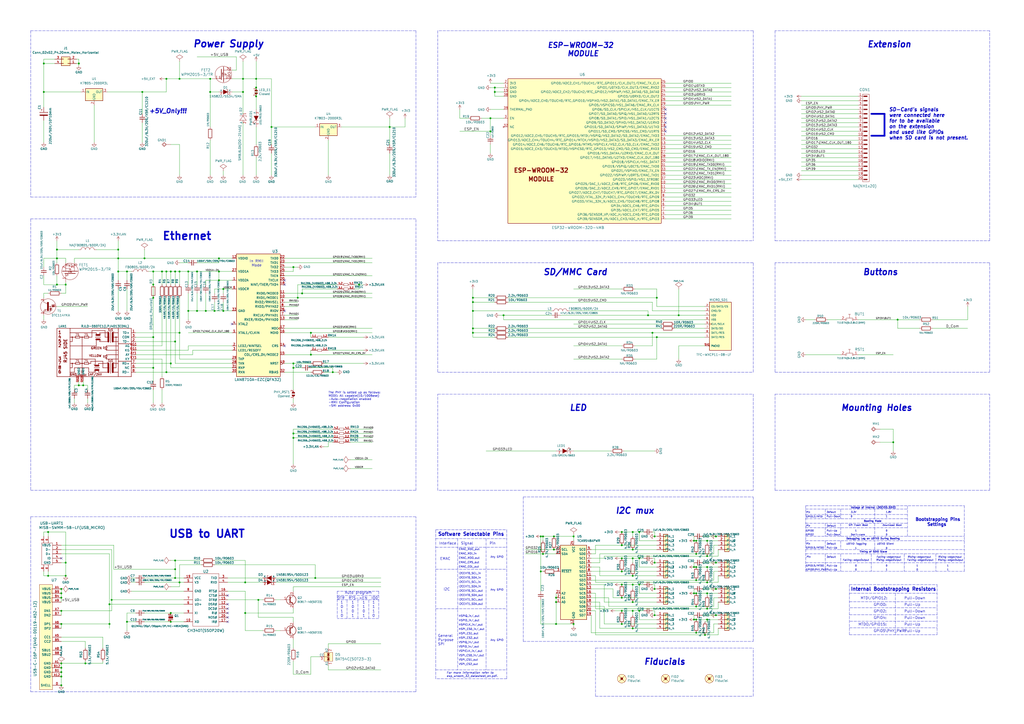
<source format=kicad_sch>
(kicad_sch (version 20211123) (generator eeschema)
  (paper "A2")
  (title_block (title "ESP32-GATEWAY") (date "2019-12-17") (rev "G") (company "OLIMEX LTD.") (comment 1 "https://www.olimex.com"))
  (junction (at 314.96 321.31))
  (junction (at 88.9 195.58))
  (junction (at 360.68 354.33))
  (junction (at 367.03 364.49))
  (junction (at 208.28 165.1))
  (junction (at 180.34 205.74))
  (junction (at 140.97 53.34))
  (junction (at 35.56 397.51))
  (junction (at 68.58 149.86))
  (junction (at 68.58 157.48))
  (junction (at 403.86 351.79))
  (junction (at 381 172.72))
  (junction (at 101.6 335.28))
  (junction (at 83.82 149.86))
  (junction (at 402.59 344.17))
  (junction (at 25.4 53.34))
  (junction (at 403.86 367.03))
  (junction (at 124.46 180.34))
  (junction (at 35.56 361.95))
  (junction (at 96.52 157.48))
  (junction (at 415.29 311.15))
  (junction (at 381 195.58))
  (junction (at 38.1 165.1))
  (junction (at 140.97 45.72))
  (junction (at 313.69 311.15))
  (junction (at 370.84 308.61))
  (junction (at 284.48 76.2))
  (junction (at 170.18 154.94))
  (junction (at 403.86 359.41))
  (junction (at 101.6 325.12))
  (junction (at 99.06 355.6))
  (junction (at 403.86 321.31))
  (junction (at 367.03 334.01))
  (junction (at 127 162.56))
  (junction (at 402.59 359.41))
  (junction (at 33.02 144.78))
  (junction (at 129.54 167.64))
  (junction (at 170.18 210.82))
  (junction (at 114.3 180.34))
  (junction (at 88.9 165.1))
  (junction (at 129.54 180.34))
  (junction (at 180.34 193.04))
  (junction (at 370.84 339.09))
  (junction (at 27.94 308.61))
  (junction (at 35.56 384.81))
  (junction (at 88.9 213.36))
  (junction (at 415.29 356.87))
  (junction (at 170.18 254))
  (junction (at 35.56 341.63))
  (junction (at 148.59 50.8))
  (junction (at 410.21 359.41))
  (junction (at 109.22 157.48))
  (junction (at 410.21 353.06))
  (junction (at 284.48 68.58))
  (junction (at 35.56 354.33))
  (junction (at 378.46 193.04))
  (junction (at 403.86 313.69))
  (junction (at 375.92 182.88))
  (junction (at 314.96 311.15))
  (junction (at 104.14 193.04))
  (junction (at 360.68 331.47))
  (junction (at 142.24 355.6))
  (junction (at 121.92 45.72))
  (junction (at 101.6 330.2))
  (junction (at 127 157.48))
  (junction (at 379.73 311.15))
  (junction (at 82.55 53.34))
  (junction (at 226.06 73.66))
  (junction (at 104.14 157.48))
  (junction (at 35.56 389.89))
  (junction (at 157.48 73.66))
  (junction (at 274.32 180.34))
  (junction (at 35.56 392.43))
  (junction (at 48.26 223.52))
  (junction (at 73.66 157.48))
  (junction (at 33.02 149.86))
  (junction (at 367.03 308.61))
  (junction (at 49.53 384.81))
  (junction (at 360.68 339.09))
  (junction (at 367.03 323.85))
  (junction (at 33.02 165.1))
  (junction (at 45.72 36.83))
  (junction (at 35.56 346.71))
  (junction (at 101.6 157.48))
  (junction (at 170.18 213.36))
  (junction (at 148.59 45.72))
  (junction (at 63.5 350.52))
  (junction (at 403.86 336.55))
  (junction (at 402.59 328.93))
  (junction (at 379.73 356.87))
  (junction (at 104.14 337.82))
  (junction (at 367.03 339.09))
  (junction (at 410.21 322.58))
  (junction (at 403.86 328.93))
  (junction (at 175.26 170.18))
  (junction (at 370.84 354.33))
  (junction (at 35.56 387.35))
  (junction (at 172.72 172.72))
  (junction (at 410.21 313.69))
  (junction (at 367.03 354.33))
  (junction (at 149.86 347.98))
  (junction (at 148.59 55.88))
  (junction (at 45.72 223.52))
  (junction (at 415.29 326.39))
  (junction (at 360.68 323.85))
  (junction (at 88.9 157.48))
  (junction (at 193.04 215.9))
  (junction (at 274.32 175.26))
  (junction (at 370.84 323.85))
  (junction (at 114.3 157.48))
  (junction (at 274.32 172.72))
  (junction (at 410.21 328.93))
  (junction (at 332.74 311.15))
  (junction (at 109.22 180.34))
  (junction (at 104.14 45.72))
  (junction (at 367.03 318.77))
  (junction (at 99.06 157.48))
  (junction (at 38.1 326.39))
  (junction (at 73.66 360.68))
  (junction (at 99.06 210.82))
  (junction (at 360.68 308.61))
  (junction (at 35.56 344.17))
  (junction (at 367.03 349.25))
  (junction (at 64.77 347.98))
  (junction (at 101.6 198.12))
  (junction (at 360.68 316.2597))
  (junction (at 292.1 182.88))
  (junction (at 121.92 53.34))
  (junction (at 403.86 344.17))
  (junction (at 322.58 361.95))
  (junction (at 274.32 193.04))
  (junction (at 520.7 185.42))
  (junction (at 96.52 215.9))
  (junction (at 274.32 190.5))
  (junction (at 182.88 335.28))
  (junction (at 321.31 318.77))
  (junction (at 99.06 360.68))
  (junction (at 360.68 346.71))
  (junction (at 313.69 331.47))
  (junction (at 127 149.86))
  (junction (at 410.21 337.82))
  (junction (at 287.02 50.8))
  (junction (at 38.1 334.01))
  (junction (at 170.18 251.46))
  (junction (at 119.38 180.34))
  (junction (at 142.24 337.82))
  (junction (at 68.58 144.78))
  (junction (at 321.31 311.15))
  (junction (at 93.98 157.48))
  (junction (at 287.02 53.34))
  (junction (at 360.68 361.95))
  (junction (at 322.58 346.71))
  (junction (at 25.4 36.83))
  (junction (at 379.73 341.63))
  (junction (at 332.74 361.95))
  (junction (at 410.21 344.17))
  (junction (at 27.94 334.01))
  (junction (at 402.59 313.69))
  (junction (at 408.94 368.3))
  (junction (at 63.5 361.95))
  (junction (at 88.9 172.72))
  (junction (at 96.52 45.72))
  (junction (at 360.68 316.23))
  (junction (at 393.7 182.88))
  (junction (at 518.16 256.54))
  (junction (at 322.58 349.25))
  (junction (at 379.73 326.39))
  (junction (at 415.29 341.63))
  (no_connect (at 132.08 355.6))
  (no_connect (at 165.1 200.66))
  (no_connect (at 134.62 187.96))
  (no_connect (at 386.08 63.5))
  (no_connect (at 132.08 350.52))
  (no_connect (at 165.1 180.34))
  (no_connect (at 386.08 66.04))
  (no_connect (at 386.08 71.12))
  (no_connect (at 386.08 73.66))
  (no_connect (at 386.08 76.2))
  (no_connect (at 132.08 358.14))
  (no_connect (at 35.56 323.85))
  (no_connect (at 132.08 360.68))
  (no_connect (at 132.08 353.06))
  (no_connect (at 165.1 162.56))
  (no_connect (at 165.1 165.1))
  (no_connect (at 386.08 68.58))
  (no_connect (at 132.08 345.44))
  (wire (pts (xy 49.53 372.11) (xy 49.53 375.92)))
  (wire (pts (xy 165.1 190.5) (xy 215.9 190.5)))
  (wire (pts (xy 347.98 349.25) (xy 347.98 364.49)))
  (wire (pts (xy 134.62 200.66) (xy 109.22 200.66)))
  (wire (pts (xy 127 152.4) (xy 127 149.86)))
  (wire (pts (xy 35.56 361.95) (xy 63.5 361.95)))
  (wire (pts (xy 313.69 331.47) (xy 314.96 331.47)))
  (wire (pts (xy 104.14 45.72) (xy 121.92 45.72)))
  (wire (pts (xy 294.64 190.5) (xy 383.54 190.5)))
  (polyline (pts (xy 436.88 403.86) (xy 436.88 375.92)))
  (polyline (pts (xy 574.04 152.4) (xy 449.58 152.4)))
  (wire (pts (xy 38.1 149.86) (xy 33.02 149.86)))
  (wire (pts (xy 96.52 165.1) (xy 96.52 157.48)))
  (polyline (pts (xy 487.68 313.69) (xy 487.68 318.77)))
  (wire (pts (xy 59.69 369.57) (xy 59.69 375.92)))
  (wire (pts (xy 381 167.64) (xy 368.3 167.64)))
  (wire (pts (xy 359.41 323.85) (xy 360.68 323.85)))
  (wire (pts (xy 190.5 388.62) (xy 220.98 388.62)))
  (polyline (pts (xy 241.3 284.48) (xy 241.3 127)))
  (wire (pts (xy 50.8 231.14) (xy 50.8 233.68)))
  (wire (pts (xy 378.46 339.09) (xy 379.73 339.09)))
  (wire (pts (xy 345.44 321.31) (xy 342.9 321.31)))
  (polyline (pts (xy 219.71 342.9) (xy 195.58 342.9)))
  (wire (pts (xy 129.54 167.64) (xy 134.62 167.64)))
  (wire (pts (xy 386.08 116.84) (xy 424.18 116.84)))
  (wire (pts (xy 109.22 180.34) (xy 109.22 185.42)))
  (polyline (pts (xy 254 228.6) (xy 436.88 228.6)))
  (wire (pts (xy 165.1 193.04) (xy 180.34 193.04)))
  (polyline (pts (xy 436.88 228.6) (xy 436.88 284.48)))
  (wire (pts (xy 66.04 330.2) (xy 101.6 330.2)))
  (wire (pts (xy 121.92 101.6) (xy 121.92 81.28)))
  (wire (pts (xy 160.02 347.98) (xy 162.56 347.98)))
  (wire (pts (xy 274.32 167.64) (xy 274.32 172.72)))
  (wire (pts (xy 386.08 109.22) (xy 424.18 109.22)))
  (wire (pts (xy 416.56 353.06) (xy 410.21 353.06)))
  (wire (pts (xy 226.06 73.66) (xy 226.06 83.82)))
  (polyline (pts (xy 254 152.4) (xy 254 215.9)))
  (wire (pts (xy 149.86 347.98) (xy 152.4 347.98)))
  (wire (pts (xy 274.32 175.26) (xy 287.02 175.26)))
  (wire (pts (xy 88.9 213.36) (xy 78.74 213.36)))
  (wire (pts (xy 137.16 40.64) (xy 137.16 33.02)))
  (polyline (pts (xy 493.014 352.552) (xy 543.56 352.552)))
  (polyline (pts (xy 467.36 326.39) (xy 559.435 326.39)))
  (wire (pts (xy 294.64 175.26) (xy 378.46 175.26)))
  (wire (pts (xy 38.1 308.61) (xy 38.1 326.39)))
  (wire (pts (xy 127 157.48) (xy 134.62 157.48)))
  (wire (pts (xy 408.94 368.3) (xy 416.56 368.3)))
  (wire (pts (xy 38.1 170.18) (xy 35.56 170.18)))
  (wire (pts (xy 393.7 182.88) (xy 408.94 182.88)))
  (polyline (pts (xy 241.3 17.78) (xy 241.3 114.3)))
  (wire (pts (xy 284.48 78.74) (xy 284.48 76.2)))
  (wire (pts (xy 274.32 190.5) (xy 274.32 193.04)))
  (wire (pts (xy 345.44 353.06) (xy 410.21 353.06)))
  (wire (pts (xy 35.56 369.57) (xy 59.69 369.57)))
  (wire (pts (xy 203.2 271.78) (xy 215.9 271.78)))
  (wire (pts (xy 175.26 167.64) (xy 175.26 170.18)))
  (polyline (pts (xy 213.995 347.98) (xy 213.995 358.775)))
  (wire (pts (xy 284.48 83.82) (xy 284.48 88.9)))
  (wire (pts (xy 43.18 149.86) (xy 68.58 149.86)))
  (wire (pts (xy 88.9 157.48) (xy 93.98 157.48)))
  (wire (pts (xy 83.82 337.82) (xy 104.14 337.82)))
  (wire (pts (xy 93.98 226.06) (xy 93.98 233.68)))
  (polyline (pts (xy 449.58 215.9) (xy 574.04 215.9)))
  (wire (pts (xy 205.74 165.1) (xy 208.28 165.1)))
  (wire (pts (xy 96.52 157.48) (xy 99.06 157.48)))
  (wire (pts (xy 497.84 73.66) (xy 464.82 73.66)))
  (wire (pts (xy 73.66 167.64) (xy 73.66 180.34)))
  (wire (pts (xy 386.08 99.06) (xy 424.18 99.06)))
  (wire (pts (xy 68.58 149.86) (xy 83.82 149.86)))
  (wire (pts (xy 68.58 167.64) (xy 68.58 180.34)))
  (wire (pts (xy 416.56 337.82) (xy 416.56 334.01)))
  (wire (pts (xy 180.34 213.36) (xy 193.04 213.36)))
  (wire (pts (xy 148.59 50.8) (xy 148.59 55.88)))
  (wire (pts (xy 99.06 172.72) (xy 99.06 210.82)))
  (wire (pts (xy 322.58 346.71) (xy 322.58 349.25)))
  (wire (pts (xy 127 53.34) (xy 121.92 53.34)))
  (wire (pts (xy 386.08 121.92) (xy 424.18 121.92)))
  (wire (pts (xy 190.5 373.38) (xy 220.98 373.38)))
  (wire (pts (xy 386.08 106.68) (xy 424.18 106.68)))
  (polyline (pts (xy 505.46 66.04) (xy 513.08 66.04)) (stroke (width 1.016) (type solid)))
  (polyline (pts (xy 294.005 307.34) (xy 294.005 393.7)))
  (wire (pts (xy 313.69 331.47) (xy 313.69 342.9)))
  (polyline (pts (xy 467.36 293.37) (xy 467.36 331.47)))
  (wire (pts (xy 274.32 172.72) (xy 274.32 175.26)))
  (wire (pts (xy 104.14 83.82) (xy 99.06 83.82)))
  (wire (pts (xy 342.9 367.03) (xy 403.86 367.03)))
  (polyline (pts (xy 467.36 318.77) (xy 559.435 318.77)))
  (wire (pts (xy 415.29 356.87) (xy 416.56 356.87)))
  (wire (pts (xy 25.4 334.01) (xy 27.94 334.01)))
  (wire (pts (xy 360.68 323.85) (xy 367.03 323.85)))
  (wire (pts (xy 510.54 248.92) (xy 518.16 248.92)))
  (wire (pts (xy 180.34 391.16) (xy 180.34 381)))
  (wire (pts (xy 78.74 200.66) (xy 93.98 200.66)))
  (wire (pts (xy 193.04 254) (xy 170.18 254)))
  (wire (pts (xy 386.08 50.8) (xy 424.18 50.8)))
  (polyline (pts (xy 254 284.48) (xy 254 228.6)))
  (wire (pts (xy 386.08 119.38) (xy 424.18 119.38)))
  (wire (pts (xy 367.03 354.33) (xy 367.03 356.87)))
  (wire (pts (xy 367.03 354.33) (xy 360.68 354.33)))
  (wire (pts (xy 367.03 308.61) (xy 370.84 308.61)))
  (wire (pts (xy 157.48 73.66) (xy 157.48 83.82)))
  (wire (pts (xy 345.44 344.17) (xy 345.44 353.06)))
  (wire (pts (xy 414.02 336.55) (xy 403.86 336.55)))
  (polyline (pts (xy 574.04 17.78) (xy 449.58 17.78)))
  (wire (pts (xy 367.03 339.09) (xy 370.84 339.09)))
  (wire (pts (xy 407.67 341.63) (xy 415.29 341.63)))
  (wire (pts (xy 403.86 313.69) (xy 410.21 313.69)))
  (polyline (pts (xy 574.04 215.9) (xy 574.04 152.4)))
  (wire (pts (xy 160.02 335.28) (xy 182.88 335.28)))
  (wire (pts (xy 124.46 180.34) (xy 124.46 175.26)))
  (polyline (pts (xy 543.56 339.09) (xy 543.56 368.3)))
  (wire (pts (xy 157.48 45.72) (xy 157.48 73.66)))
  (wire (pts (xy 360.68 167.64) (xy 332.74 167.64)))
  (polyline (pts (xy 252.73 312.42) (xy 294.005 312.42)))
  (wire (pts (xy 109.22 180.34) (xy 114.3 180.34)))
  (polyline (pts (xy 467.36 321.31) (xy 559.435 321.31)))
  (wire (pts (xy 68.58 149.86) (xy 68.58 157.48)))
  (wire (pts (xy 170.18 383.54) (xy 170.18 391.16)))
  (wire (pts (xy 93.98 165.1) (xy 93.98 157.48)))
  (wire (pts (xy 379.73 354.33) (xy 379.73 356.87)))
  (wire (pts (xy 561.34 185.42) (xy 561.34 177.8)))
  (wire (pts (xy 121.92 53.34) (xy 121.92 73.66)))
  (wire (pts (xy 33.02 160.02) (xy 33.02 165.1)))
  (polyline (pts (xy 574.04 139.7) (xy 574.04 17.78)))
  (wire (pts (xy 292.1 182.88) (xy 320.04 182.88)))
  (wire (pts (xy 386.08 124.46) (xy 424.18 124.46)))
  (wire (pts (xy 370.84 354.33) (xy 373.38 354.33)))
  (wire (pts (xy 170.18 254) (xy 170.18 269.24)))
  (polyline (pts (xy 519.43 344.17) (xy 519.43 368.3)))
  (wire (pts (xy 78.74 360.68) (xy 73.66 360.68)))
  (wire (pts (xy 45.72 220.98) (xy 45.72 223.52)))
  (wire (pts (xy 370.84 354.33) (xy 367.03 354.33)))
  (wire (pts (xy 165.1 185.42) (xy 172.72 185.42)))
  (polyline (pts (xy 17.78 299.72) (xy 17.78 401.32)))
  (wire (pts (xy 386.08 48.26) (xy 424.18 48.26)))
  (wire (pts (xy 82.55 53.34) (xy 96.52 53.34)))
  (wire (pts (xy 25.4 165.1) (xy 33.02 165.1)))
  (wire (pts (xy 497.84 101.6) (xy 464.82 101.6)))
  (wire (pts (xy 187.96 215.9) (xy 193.04 215.9)))
  (wire (pts (xy 93.98 157.48) (xy 96.52 157.48)))
  (wire (pts (xy 109.22 200.66) (xy 109.22 203.2)))
  (wire (pts (xy 35.56 318.77) (xy 64.77 318.77)))
  (wire (pts (xy 386.08 60.96) (xy 424.18 60.96)))
  (polyline (pts (xy 574.04 284.48) (xy 574.04 228.6)))
  (wire (pts (xy 414.02 367.03) (xy 414.02 361.95)))
  (wire (pts (xy 35.56 354.33) (xy 64.77 354.33)))
  (wire (pts (xy 165.1 152.4) (xy 215.9 152.4)))
  (wire (pts (xy 193.04 213.36) (xy 193.04 215.9)))
  (wire (pts (xy 195.58 167.64) (xy 175.26 167.64)))
  (wire (pts (xy 45.72 36.83) (xy 45.72 38.1)))
  (wire (pts (xy 63.5 350.52) (xy 106.68 350.52)))
  (wire (pts (xy 170.18 213.36) (xy 175.26 213.36)))
  (wire (pts (xy 424.18 86.36) (xy 386.08 86.36)))
  (wire (pts (xy 467.36 185.42) (xy 472.44 185.42)))
  (wire (pts (xy 321.31 318.77) (xy 322.58 318.77)))
  (wire (pts (xy 342.9 344.17) (xy 345.44 344.17)))
  (polyline (pts (xy 17.78 299.72) (xy 241.3 299.72)))
  (wire (pts (xy 64.77 347.98) (xy 106.68 347.98)))
  (polyline (pts (xy 449.58 284.48) (xy 574.04 284.48)))
  (polyline (pts (xy 513.08 66.04) (xy 513.08 78.74)) (stroke (width 1.016) (type solid)))
  (wire (pts (xy 27.94 311.15) (xy 27.94 308.61)))
  (wire (pts (xy 132.08 342.9) (xy 142.24 342.9)))
  (polyline (pts (xy 281.94 312.42) (xy 281.94 388.62)))
  (wire (pts (xy 134.62 203.2) (xy 111.76 203.2)))
  (wire (pts (xy 99.06 210.82) (xy 99.06 213.36)))
  (wire (pts (xy 410.21 344.17) (xy 416.56 344.17)))
  (wire (pts (xy 88.9 213.36) (xy 88.9 220.98)))
  (wire (pts (xy 35.56 344.17) (xy 35.56 346.71)))
  (wire (pts (xy 210.82 203.2) (xy 190.5 203.2)))
  (wire (pts (xy 170.18 353.06) (xy 170.18 355.6)))
  (wire (pts (xy 83.82 360.68) (xy 99.06 360.68)))
  (wire (pts (xy 347.98 326.39) (xy 342.9 326.39)))
  (wire (pts (xy 33.02 177.8) (xy 50.8 177.8)))
  (wire (pts (xy 379.73 323.85) (xy 379.73 326.39)))
  (wire (pts (xy 68.58 139.7) (xy 68.58 144.78)))
  (wire (pts (xy 386.08 53.34) (xy 424.18 53.34)))
  (wire (pts (xy 367.03 349.25) (xy 381 349.25)))
  (polyline (pts (xy 436.88 215.9) (xy 436.88 152.4)))
  (wire (pts (xy 274.32 180.34) (xy 274.32 190.5)))
  (wire (pts (xy 266.7 68.58) (xy 271.78 68.58)))
  (wire (pts (xy 157.48 73.66) (xy 182.88 73.66)))
  (wire (pts (xy 25.4 36.83) (xy 25.4 53.34)))
  (wire (pts (xy 353.06 346.71) (xy 353.06 351.79)))
  (wire (pts (xy 148.59 55.88) (xy 148.59 63.5)))
  (wire (pts (xy 210.82 210.82) (xy 187.96 210.82)))
  (wire (pts (xy 88.9 165.1) (xy 88.9 157.48)))
  (polyline (pts (xy 492.76 368.173) (xy 543.56 368.173)))
  (wire (pts (xy 533.4 190.5) (xy 520.7 190.5)))
  (wire (pts (xy 101.6 335.28) (xy 106.68 335.28)))
  (wire (pts (xy 165.1 157.48) (xy 170.18 157.48)))
  (wire (pts (xy 35.56 361.95) (xy 35.56 364.49)))
  (wire (pts (xy 226.06 88.9) (xy 226.06 101.6)))
  (wire (pts (xy 350.52 349.25) (xy 367.03 349.25)))
  (wire (pts (xy 274.32 175.26) (xy 274.32 180.34)))
  (wire (pts (xy 381 195.58) (xy 381 208.28)))
  (wire (pts (xy 541.02 190.5) (xy 561.34 190.5)))
  (wire (pts (xy 370.84 344.17) (xy 381 344.17)))
  (polyline (pts (xy 17.78 114.3) (xy 241.3 114.3)))
  (wire (pts (xy 378.46 308.61) (xy 379.73 308.61)))
  (wire (pts (xy 520.7 190.5) (xy 520.7 185.42)))
  (wire (pts (xy 160.02 365.76) (xy 162.56 365.76)))
  (wire (pts (xy 170.18 251.46) (xy 170.18 254)))
  (wire (pts (xy 226.06 73.66) (xy 234.95 73.66)))
  (polyline (pts (xy 492.76 344.17) (xy 543.56 344.17)))
  (wire (pts (xy 64.77 318.77) (xy 64.77 347.98)))
  (wire (pts (xy 342.9 349.25) (xy 347.98 349.25)))
  (wire (pts (xy 402.59 344.17) (xy 403.86 344.17)))
  (polyline (pts (xy 487.68 303.53) (xy 487.68 311.15)))
  (wire (pts (xy 480.06 185.42) (xy 487.68 185.42)))
  (polyline (pts (xy 345.44 403.86) (xy 436.88 403.86)))
  (wire (pts (xy 410.21 313.69) (xy 416.56 313.69)))
  (wire (pts (xy 386.08 101.6) (xy 424.18 101.6)))
  (wire (pts (xy 27.94 334.01) (xy 38.1 334.01)))
  (wire (pts (xy 137.16 40.64) (xy 134.62 40.64)))
  (wire (pts (xy 410.21 359.41) (xy 416.56 359.41)))
  (wire (pts (xy 367.03 334.01) (xy 381 334.01)))
  (wire (pts (xy 96.52 45.72) (xy 104.14 45.72)))
  (wire (pts (xy 96.52 172.72) (xy 96.52 215.9)))
  (wire (pts (xy 38.1 163.83) (xy 38.1 165.1)))
  (polyline (pts (xy 252.73 388.62) (xy 294.005 388.62)))
  (wire (pts (xy 402.59 359.41) (xy 403.86 359.41)))
  (wire (pts (xy 132.08 347.98) (xy 149.86 347.98)))
  (polyline (pts (xy 467.36 311.15) (xy 559.435 311.15)))
  (wire (pts (xy 33.02 139.7) (xy 33.02 144.78)))
  (wire (pts (xy 360.68 346.71) (xy 381 346.71)))
  (wire (pts (xy 386.08 83.82) (xy 424.18 83.82)))
  (wire (pts (xy 109.22 152.4) (xy 104.14 152.4)))
  (wire (pts (xy 497.84 91.44) (xy 464.82 91.44)))
  (wire (pts (xy 187.96 259.08) (xy 190.5 259.08)))
  (wire (pts (xy 104.14 165.1) (xy 104.14 157.48)))
  (polyline (pts (xy 303.53 288.29) (xy 436.88 288.29)))
  (wire (pts (xy 88.9 195.58) (xy 88.9 213.36)))
  (wire (pts (xy 402.59 328.93) (xy 403.86 328.93)))
  (wire (pts (xy 99.06 325.12) (xy 101.6 325.12)))
  (wire (pts (xy 124.46 180.34) (xy 129.54 180.34)))
  (wire (pts (xy 205.74 167.64) (xy 208.28 167.64)))
  (wire (pts (xy 25.4 149.86) (xy 33.02 149.86)))
  (wire (pts (xy 104.14 193.04) (xy 104.14 208.28)))
  (wire (pts (xy 497.84 104.14) (xy 464.82 104.14)))
  (wire (pts (xy 25.4 69.85) (xy 25.4 82.55)))
  (wire (pts (xy 170.18 370.84) (xy 170.18 375.92)))
  (wire (pts (xy 497.84 58.42) (xy 464.82 58.42)))
  (wire (pts (xy 35.56 384.81) (xy 35.56 387.35)))
  (wire (pts (xy 165.1 149.86) (xy 215.9 149.86)))
  (polyline (pts (xy 559.435 331.47) (xy 559.435 293.37)))
  (wire (pts (xy 193.04 248.92) (xy 170.18 248.92)))
  (wire (pts (xy 497.84 93.98) (xy 464.82 93.98)))
  (wire (pts (xy 104.14 35.56) (xy 104.14 45.72)))
  (wire (pts (xy 342.9 331.47) (xy 360.68 331.47)))
  (wire (pts (xy 294.64 193.04) (xy 378.46 193.04)))
  (wire (pts (xy 510.54 256.54) (xy 518.16 256.54)))
  (wire (pts (xy 35.56 346.71) (xy 35.56 349.25)))
  (wire (pts (xy 322.58 344.17) (xy 322.58 346.71)))
  (polyline (pts (xy 219.71 358.775) (xy 195.58 358.775)))
  (wire (pts (xy 101.6 210.82) (xy 134.62 210.82)))
  (wire (pts (xy 148.59 35.56) (xy 148.59 45.72)))
  (wire (pts (xy 416.56 349.25) (xy 416.56 353.06)))
  (wire (pts (xy 304.8 318.77) (xy 321.31 318.77)))
  (polyline (pts (xy 478.79 321.31) (xy 478.79 331.47)))
  (wire (pts (xy 520.7 185.42) (xy 533.4 185.42)))
  (wire (pts (xy 134.62 53.34) (xy 140.97 53.34)))
  (wire (pts (xy 127 149.86) (xy 134.62 149.86)))
  (wire (pts (xy 416.56 331.47) (xy 414.02 331.47)))
  (wire (pts (xy 287.02 53.34) (xy 287.02 55.88)))
  (wire (pts (xy 165.1 205.74) (xy 180.34 205.74)))
  (wire (pts (xy 99.06 157.48) (xy 101.6 157.48)))
  (wire (pts (xy 96.52 215.9) (xy 134.62 215.9)))
  (wire (pts (xy 386.08 78.74) (xy 424.18 78.74)))
  (wire (pts (xy 391.16 190.5) (xy 408.94 190.5)))
  (wire (pts (xy 378.46 200.66) (xy 368.3 200.66)))
  (polyline (pts (xy 478.79 295.275) (xy 478.79 300.99)))
  (wire (pts (xy 381 195.58) (xy 408.94 195.58)))
  (polyline (pts (xy 303.53 372.11) (xy 303.53 288.29)))
  (wire (pts (xy 27.94 308.61) (xy 38.1 308.61)))
  (wire (pts (xy 195.58 165.1) (xy 172.72 165.1)))
  (wire (pts (xy 170.18 355.6) (xy 142.24 355.6)))
  (wire (pts (xy 43.18 223.52) (xy 45.72 223.52)))
  (wire (pts (xy 347.98 364.49) (xy 367.03 364.49)))
  (polyline (pts (xy 17.78 17.78) (xy 17.78 114.3)))
  (wire (pts (xy 99.06 165.1) (xy 99.06 157.48)))
  (wire (pts (xy 170.18 233.68) (xy 170.18 231.14)))
  (wire (pts (xy 314.96 313.69) (xy 314.96 311.15)))
  (wire (pts (xy 25.4 53.34) (xy 46.99 53.34)))
  (wire (pts (xy 370.84 339.09) (xy 370.84 344.17)))
  (wire (pts (xy 370.84 323.85) (xy 370.84 328.93)))
  (wire (pts (xy 193.04 251.46) (xy 170.18 251.46)))
  (wire (pts (xy 25.4 308.61) (xy 27.94 308.61)))
  (wire (pts (xy 497.84 76.2) (xy 464.82 76.2)))
  (wire (pts (xy 190.5 373.38) (xy 190.5 375.92)))
  (wire (pts (xy 119.38 180.34) (xy 124.46 180.34)))
  (wire (pts (xy 127 162.56) (xy 134.62 162.56)))
  (wire (pts (xy 410.21 360.68) (xy 408.94 360.68)))
  (wire (pts (xy 416.56 322.58) (xy 416.56 318.77)))
  (wire (pts (xy 43.18 231.14) (xy 43.18 233.68)))
  (wire (pts (xy 114.3 157.48) (xy 127 157.48)))
  (wire (pts (xy 148.59 73.66) (xy 148.59 83.82)))
  (wire (pts (xy 359.41 339.09) (xy 360.68 339.09)))
  (polyline (pts (xy 201.295 347.98) (xy 201.295 358.775)))
  (wire (pts (xy 284.48 76.2) (xy 266.7 76.2)))
  (wire (pts (xy 345.44 316.23) (xy 345.44 321.31)))
  (wire (pts (xy 497.84 55.88) (xy 464.82 55.88)))
  (wire (pts (xy 313.69 311.15) (xy 314.96 311.15)))
  (wire (pts (xy 414.02 346.71) (xy 416.56 346.71)))
  (wire (pts (xy 25.4 34.29) (xy 25.4 36.83)))
  (wire (pts (xy 114.3 165.1) (xy 114.3 157.48)))
  (polyline (pts (xy 467.36 306.07) (xy 526.415 306.07)))
  (wire (pts (xy 370.84 328.93) (xy 381 328.93)))
  (wire (pts (xy 347.98 321.31) (xy 347.98 326.39)))
  (wire (pts (xy 35.56 392.43) (xy 35.56 397.51)))
  (wire (pts (xy 33.02 149.86) (xy 33.02 152.4)))
  (wire (pts (xy 190.5 259.08) (xy 190.5 256.54)))
  (wire (pts (xy 170.18 340.36) (xy 220.98 340.36)))
  (wire (pts (xy 109.22 157.48) (xy 114.3 157.48)))
  (wire (pts (xy 414.02 316.23) (xy 414.02 321.31)))
  (wire (pts (xy 403.86 321.31) (xy 347.98 321.31)))
  (wire (pts (xy 330.2 180.34) (xy 375.92 180.34)))
  (wire (pts (xy 88.9 226.06) (xy 88.9 233.68)))
  (wire (pts (xy 132.08 337.82) (xy 142.24 337.82)))
  (wire (pts (xy 345.44 337.82) (xy 345.44 334.01)))
  (wire (pts (xy 284.48 68.58) (xy 284.48 76.2)))
  (wire (pts (xy 410.21 328.93) (xy 416.56 328.93)))
  (wire (pts (xy 379.73 308.61) (xy 379.73 311.15)))
  (wire (pts (xy 68.58 157.48) (xy 68.58 162.56)))
  (wire (pts (xy 49.53 383.54) (xy 49.53 384.81)))
  (polyline (pts (xy 507.365 318.77) (xy 507.365 313.69)))
  (wire (pts (xy 165.1 175.26) (xy 172.72 175.26)))
  (wire (pts (xy 111.76 205.74) (xy 78.74 205.74)))
  (polyline (pts (xy 492.76 364.236) (xy 543.56 364.236)))
  (wire (pts (xy 64.77 354.33) (xy 64.77 347.98)))
  (wire (pts (xy 360.68 361.95) (xy 381 361.95)))
  (wire (pts (xy 497.84 71.12) (xy 464.82 71.12)))
  (polyline (pts (xy 449.58 139.7) (xy 574.04 139.7)))
  (wire (pts (xy 101.6 325.12) (xy 116.84 325.12)))
  (wire (pts (xy 407.67 356.87) (xy 415.29 356.87)))
  (wire (pts (xy 190.5 386.08) (xy 190.5 388.62)))
  (wire (pts (xy 234.95 73.66) (xy 234.95 68.58)))
  (wire (pts (xy 403.86 344.17) (xy 410.21 344.17)))
  (wire (pts (xy 367.03 308.61) (xy 367.03 311.15)))
  (wire (pts (xy 414.02 361.95) (xy 416.56 361.95)))
  (wire (pts (xy 25.4 185.42) (xy 25.4 182.88)))
  (wire (pts (xy 124.46 167.64) (xy 129.54 167.64)))
  (wire (pts (xy 518.16 256.54) (xy 518.16 261.62)))
  (wire (pts (xy 314.96 311.15) (xy 321.31 311.15)))
  (wire (pts (xy 140.97 53.34) (xy 140.97 66.04)))
  (polyline (pts (xy 467.36 303.53) (xy 526.415 303.53)))
  (polyline (pts (xy 17.78 284.48) (xy 241.3 284.48)))
  (polyline (pts (xy 449.58 228.6) (xy 574.04 228.6)))
  (wire (pts (xy 284.48 50.8) (xy 287.02 50.8)))
  (wire (pts (xy 208.28 167.64) (xy 208.28 165.1)))
  (wire (pts (xy 342.9 354.33) (xy 345.44 354.33)))
  (wire (pts (xy 68.58 157.48) (xy 73.66 157.48)))
  (wire (pts (xy 109.22 203.2) (xy 78.74 203.2)))
  (wire (pts (xy 266.7 63.5) (xy 266.7 68.58)))
  (wire (pts (xy 381 172.72) (xy 294.64 172.72)))
  (wire (pts (xy 142.24 337.82) (xy 152.4 337.82)))
  (wire (pts (xy 33.02 144.78) (xy 33.02 149.86)))
  (wire (pts (xy 378.46 180.34) (xy 408.94 180.34)))
  (wire (pts (xy 104.14 340.36) (xy 104.14 337.82)))
  (wire (pts (xy 175.26 170.18) (xy 215.9 170.18)))
  (wire (pts (xy 304.8 321.31) (xy 314.96 321.31)))
  (wire (pts (xy 203.2 254) (xy 215.9 254)))
  (wire (pts (xy 393.7 167.64) (xy 393.7 182.88)))
  (polyline (pts (xy 219.71 342.9) (xy 219.71 358.775)))
  (wire (pts (xy 170.18 210.82) (xy 180.34 210.82)))
  (wire (pts (xy 464.82 86.36) (xy 497.84 86.36)))
  (polyline (pts (xy 436.88 284.48) (xy 254 284.48)))
  (wire (pts (xy 160.02 337.82) (xy 220.98 337.82)))
  (wire (pts (xy 121.92 45.72) (xy 123.19 45.72)))
  (polyline (pts (xy 254 139.7) (xy 436.88 139.7)))
  (wire (pts (xy 287.02 55.88) (xy 292.1 55.88)))
  (wire (pts (xy 375.92 182.88) (xy 393.7 182.88)))
  (polyline (pts (xy 449.58 284.48) (xy 449.58 228.6)))
  (polyline (pts (xy 449.58 17.78) (xy 449.58 139.7)))
  (wire (pts (xy 408.94 187.96) (xy 391.16 187.96)))
  (wire (pts (xy 354.33 261.62) (xy 332.74 261.62)))
  (wire (pts (xy 88.9 195.58) (xy 78.74 195.58)))
  (wire (pts (xy 172.72 172.72) (xy 215.9 172.72)))
  (wire (pts (xy 203.2 256.54) (xy 215.9 256.54)))
  (wire (pts (xy 104.14 193.04) (xy 78.74 193.04)))
  (wire (pts (xy 378.46 175.26) (xy 378.46 180.34)))
  (polyline (pts (xy 17.78 127) (xy 241.3 127)))
  (wire (pts (xy 43.18 226.06) (xy 43.18 223.52)))
  (wire (pts (xy 129.54 180.34) (xy 134.62 180.34)))
  (wire (pts (xy 347.98 328.93) (xy 347.98 334.01)))
  (wire (pts (xy 114.3 180.34) (xy 119.38 180.34)))
  (wire (pts (xy 370.84 339.09) (xy 373.38 339.09)))
  (wire (pts (xy 497.84 83.82) (xy 464.82 83.82)))
  (wire (pts (xy 124.46 167.64) (xy 124.46 170.18)))
  (polyline (pts (xy 467.36 300.99) (xy 526.415 300.99)))
  (polyline (pts (xy 345.44 375.92) (xy 436.88 375.92)))
  (polyline (pts (xy 241.3 401.32) (xy 241.3 299.72)))
  (wire (pts (xy 410.21 322.58) (xy 416.56 322.58)))
  (wire (pts (xy 165.1 154.94) (xy 170.18 154.94)))
  (wire (pts (xy 99.06 340.36) (xy 104.14 340.36)))
  (polyline (pts (xy 17.78 17.78) (xy 241.3 17.78)))
  (wire (pts (xy 38.1 326.39) (xy 35.56 326.39)))
  (polyline (pts (xy 195.58 342.9) (xy 195.58 358.775)))
  (polyline (pts (xy 294.005 393.7) (xy 252.73 393.7)))
  (wire (pts (xy 35.56 387.35) (xy 35.56 389.89)))
  (polyline (pts (xy 436.88 372.11) (xy 436.88 288.29)))
  (wire (pts (xy 410.21 328.93) (xy 410.21 330.2)))
  (wire (pts (xy 367.03 364.49) (xy 381 364.49)))
  (wire (pts (xy 134.62 193.04) (xy 109.22 193.04)))
  (wire (pts (xy 149.86 358.14) (xy 149.86 347.98)))
  (wire (pts (xy 101.6 172.72) (xy 101.6 198.12)))
  (wire (pts (xy 407.67 311.15) (xy 415.29 311.15)))
  (wire (pts (xy 386.08 114.3) (xy 424.18 114.3)))
  (wire (pts (xy 78.74 215.9) (xy 96.52 215.9)))
  (wire (pts (xy 497.84 66.04) (xy 464.82 66.04)))
  (wire (pts (xy 49.53 384.81) (xy 35.56 384.81)))
  (wire (pts (xy 129.54 101.6) (xy 129.54 99.06)))
  (wire (pts (xy 45.72 144.78) (xy 33.02 144.78)))
  (wire (pts (xy 367.03 323.85) (xy 367.03 326.39)))
  (wire (pts (xy 116.84 327.66) (xy 104.14 327.66)))
  (wire (pts (xy 129.54 170.18) (xy 129.54 167.64)))
  (wire (pts (xy 350.52 322.58) (xy 410.21 322.58)))
  (wire (pts (xy 165.1 177.8) (xy 172.72 177.8)))
  (wire (pts (xy 180.34 381) (xy 185.42 381)))
  (wire (pts (xy 375.92 180.34) (xy 375.92 182.88)))
  (wire (pts (xy 342.9 328.93) (xy 347.98 328.93)))
  (wire (pts (xy 287.02 193.04) (xy 274.32 193.04)))
  (wire (pts (xy 180.34 195.58) (xy 180.34 193.04)))
  (polyline (pts (xy 254 215.9) (xy 436.88 215.9)))
  (wire (pts (xy 345.44 368.3) (xy 408.94 368.3)))
  (polyline (pts (xy 526.415 311.15) (xy 526.415 293.37)))
  (wire (pts (xy 119.38 170.18) (xy 119.38 180.34)))
  (wire (pts (xy 142.24 342.9) (xy 142.24 355.6)))
  (wire (pts (xy 25.4 331.47) (xy 25.4 334.01)))
  (wire (pts (xy 378.46 323.85) (xy 379.73 323.85)))
  (wire (pts (xy 402.59 326.39) (xy 402.59 328.93)))
  (polyline (pts (xy 507.365 303.53) (xy 507.365 311.15)))
  (wire (pts (xy 35.56 389.89) (xy 35.56 392.43)))
  (wire (pts (xy 497.84 68.58) (xy 464.82 68.58)))
  (wire (pts (xy 360.68 316.23) (xy 381 316.23)))
  (wire (pts (xy 203.2 248.92) (xy 215.9 248.92)))
  (polyline (pts (xy 492.76 339.09) (xy 543.56 339.09)))
  (wire (pts (xy 274.32 180.34) (xy 320.04 180.34)))
  (wire (pts (xy 292.1 185.42) (xy 292.1 182.88)))
  (wire (pts (xy 101.6 165.1) (xy 101.6 157.48)))
  (wire (pts (xy 370.84 308.61) (xy 373.38 308.61)))
  (wire (pts (xy 83.82 355.6) (xy 99.06 355.6)))
  (wire (pts (xy 370.84 323.85) (xy 373.38 323.85)))
  (wire (pts (xy 99.06 210.82) (xy 78.74 210.82)))
  (wire (pts (xy 342.9 341.63) (xy 355.6 341.63)))
  (wire (pts (xy 284.48 68.58) (xy 292.1 68.58)))
  (wire (pts (xy 355.6 346.71) (xy 360.68 346.71)))
  (wire (pts (xy 410.21 344.17) (xy 410.21 345.44)))
  (wire (pts (xy 99.06 355.6) (xy 106.68 355.6)))
  (polyline (pts (xy 507.365 295.275) (xy 507.365 300.99)))
  (wire (pts (xy 101.6 198.12) (xy 78.74 198.12)))
  (wire (pts (xy 190.5 256.54) (xy 193.04 256.54)))
  (wire (pts (xy 86.36 157.48) (xy 88.9 157.48)))
  (wire (pts (xy 59.69 383.54) (xy 59.69 384.81)))
  (wire (pts (xy 360.68 208.28) (xy 332.74 208.28)))
  (wire (pts (xy 415.29 326.39) (xy 416.56 326.39)))
  (wire (pts (xy 35.56 321.31) (xy 63.5 321.31)))
  (polyline (pts (xy 252.73 393.7) (xy 252.73 307.34)))
  (wire (pts (xy 378.46 354.33) (xy 379.73 354.33)))
  (wire (pts (xy 350.52 361.95) (xy 360.68 361.95)))
  (polyline (pts (xy 492.76 339.09) (xy 492.76 368.3)))
  (wire (pts (xy 345.44 354.33) (xy 345.44 368.3)))
  (wire (pts (xy 332.74 361.95) (xy 332.74 363.22)))
  (wire (pts (xy 541.02 185.42) (xy 561.34 185.42)))
  (wire (pts (xy 360.68 308.61) (xy 367.03 308.61)))
  (wire (pts (xy 210.82 195.58) (xy 190.5 195.58)))
  (wire (pts (xy 497.84 185.42) (xy 520.7 185.42)))
  (wire (pts (xy 35.56 354.33) (xy 35.56 356.87)))
  (wire (pts (xy 367.03 323.85) (xy 370.84 323.85)))
  (wire (pts (xy 402.59 311.15) (xy 402.59 313.69)))
  (wire (pts (xy 313.69 311.15) (xy 313.69 331.47)))
  (wire (pts (xy 66.04 316.23) (xy 66.04 330.2)))
  (wire (pts (xy 73.66 162.56) (xy 73.66 157.48)))
  (wire (pts (xy 402.59 356.87) (xy 402.59 359.41)))
  (wire (pts (xy 386.08 127) (xy 424.18 127)))
  (wire (pts (xy 78.74 355.6) (xy 73.66 355.6)))
  (polyline (pts (xy 436.88 17.78) (xy 436.88 139.7)))
  (wire (pts (xy 410.21 337.82) (xy 416.56 337.82)))
  (wire (pts (xy 321.31 311.15) (xy 332.74 311.15)))
  (wire (pts (xy 68.58 144.78) (xy 68.58 149.86)))
  (polyline (pts (xy 207.645 347.98) (xy 207.645 358.775)))
  (wire (pts (xy 83.82 335.28) (xy 101.6 335.28)))
  (wire (pts (xy 88.9 172.72) (xy 88.9 195.58)))
  (wire (pts (xy 62.23 53.34) (xy 82.55 53.34)))
  (wire (pts (xy 35.56 316.23) (xy 66.04 316.23)))
  (wire (pts (xy 50.8 223.52) (xy 50.8 226.06)))
  (wire (pts (xy 345.44 334.01) (xy 342.9 334.01)))
  (wire (pts (xy 279.4 68.58) (xy 284.48 68.58)))
  (wire (pts (xy 414.02 351.79) (xy 414.02 346.71)))
  (wire (pts (xy 25.4 154.94) (xy 25.4 149.86)))
  (wire (pts (xy 95.25 45.72) (xy 96.52 45.72)))
  (wire (pts (xy 360.68 316.23) (xy 360.68 316.2597)))
  (wire (pts (xy 497.84 60.96) (xy 464.82 60.96)))
  (wire (pts (xy 99.06 213.36) (xy 134.62 213.36)))
  (wire (pts (xy 121.92 45.72) (xy 121.92 53.34)))
  (wire (pts (xy 367.03 318.77) (xy 381 318.77)))
  (wire (pts (xy 44.45 36.83) (xy 45.72 36.83)))
  (wire (pts (xy 104.14 157.48) (xy 109.22 157.48)))
  (wire (pts (xy 381 172.72) (xy 381 167.64)))
  (wire (pts (xy 101.6 325.12) (xy 101.6 330.2)))
  (wire (pts (xy 172.72 165.1) (xy 172.72 172.72)))
  (polyline (pts (xy 303.53 372.11) (xy 436.88 372.11)))
  (wire (pts (xy 289.56 182.88) (xy 292.1 182.88)))
  (wire (pts (xy 350.52 361.95) (xy 350.52 351.79)))
  (wire (pts (xy 104.14 208.28) (xy 134.62 208.28)))
  (wire (pts (xy 124.46 327.66) (xy 182.88 327.66)))
  (wire (pts (xy 148.59 101.6) (xy 148.59 91.44)))
  (wire (pts (xy 410.21 359.41) (xy 410.21 360.68)))
  (wire (pts (xy 33.02 165.1) (xy 38.1 165.1)))
  (wire (pts (xy 140.97 45.72) (xy 140.97 53.34)))
  (polyline (pts (xy 195.58 347.98) (xy 219.71 347.98)))
  (wire (pts (xy 165.1 170.18) (xy 175.26 170.18)))
  (wire (pts (xy 345.44 316.23) (xy 360.68 316.23)))
  (polyline (pts (xy 487.68 295.275) (xy 487.68 300.99)))
  (wire (pts (xy 313.69 347.98) (xy 313.69 361.95)))
  (wire (pts (xy 35.56 341.63) (xy 35.56 344.17)))
  (wire (pts (xy 403.86 367.03) (xy 414.02 367.03)))
  (wire (pts (xy 109.22 170.18) (xy 109.22 180.34)))
  (wire (pts (xy 325.12 182.88) (xy 375.92 182.88)))
  (wire (pts (xy 73.66 355.6) (xy 73.66 360.68)))
  (wire (pts (xy 274.32 195.58) (xy 287.02 195.58)))
  (wire (pts (xy 287.02 50.8) (xy 287.02 53.34)))
  (wire (pts (xy 170.18 358.14) (xy 149.86 358.14)))
  (wire (pts (xy 386.08 111.76) (xy 424.18 111.76)))
  (wire (pts (xy 379.73 356.87) (xy 381 356.87)))
  (wire (pts (xy 111.76 203.2) (xy 111.76 205.74)))
  (wire (pts (xy 83.82 144.78) (xy 83.82 149.86)))
  (wire (pts (xy 386.08 104.14) (xy 424.18 104.14)))
  (wire (pts (xy 410.21 313.69) (xy 410.21 314.96)))
  (wire (pts (xy 59.69 384.81) (xy 49.53 384.81)))
  (wire (pts (xy 165.1 160.02) (xy 215.9 160.02)))
  (wire (pts (xy 142.24 325.12) (xy 142.24 337.82)))
  (wire (pts (xy 170.18 360.68) (xy 170.18 358.14)))
  (wire (pts (xy 416.56 364.49) (xy 416.56 368.3)))
  (wire (pts (xy 415.29 311.15) (xy 416.56 311.15)))
  (wire (pts (xy 284.48 48.26) (xy 292.1 48.26)))
  (wire (pts (xy 114.3 170.18) (xy 114.3 180.34)))
  (wire (pts (xy 378.46 193.04) (xy 378.46 200.66)))
  (wire (pts (xy 78.74 337.82) (xy 76.2 337.82)))
  (polyline (pts (xy 449.58 152.4) (xy 449.58 215.9)))
  (wire (pts (xy 518.16 205.74) (xy 497.84 205.74)))
  (wire (pts (xy 467.36 205.74) (xy 487.68 205.74)))
  (wire (pts (xy 342.9 356.87) (xy 342.9 367.03)))
  (wire (pts (xy 383.54 187.96) (xy 332.74 187.96)))
  (polyline (pts (xy 345.44 403.86) (xy 345.44 375.92)))
  (wire (pts (xy 322.58 261.62) (xy 281.94 261.62)))
  (wire (pts (xy 73.66 360.68) (xy 73.66 365.76)))
  (wire (pts (xy 101.6 330.2) (xy 101.6 335.28)))
  (polyline (pts (xy 252.73 307.34) (xy 294.005 307.34)))
  (wire (pts (xy 25.4 160.02) (xy 25.4 165.1)))
  (wire (pts (xy 203.2 266.7) (xy 215.9 266.7)))
  (wire (pts (xy 63.5 321.31) (xy 63.5 350.52)))
  (wire (pts (xy 45.72 223.52) (xy 48.26 223.52)))
  (wire (pts (xy 386.08 58.42) (xy 424.18 58.42)))
  (wire (pts (xy 353.06 351.79) (xy 403.86 351.79)))
  (wire (pts (xy 119.38 162.56) (xy 127 162.56)))
  (wire (pts (xy 93.98 218.44) (xy 93.98 208.28)))
  (wire (pts (xy 99.06 360.68) (xy 106.68 360.68)))
  (wire (pts (xy 403.86 328.93) (xy 410.21 328.93)))
  (wire (pts (xy 359.41 308.61) (xy 360.68 308.61)))
  (polyline (pts (xy 487.68 321.31) (xy 487.68 331.47)))
  (wire (pts (xy 350.52 351.79) (xy 342.9 351.79)))
  (wire (pts (xy 407.67 326.39) (xy 415.29 326.39)))
  (polyline (pts (xy 195.58 345.44) (xy 219.71 345.44)))
  (wire (pts (xy 96.52 53.34) (xy 96.52 45.72)))
  (wire (pts (xy 402.59 313.69) (xy 403.86 313.69)))
  (wire (pts (xy 45.72 36.83) (xy 45.72 34.29)))
  (wire (pts (xy 157.48 88.9) (xy 157.48 101.6)))
  (wire (pts (xy 63.5 364.49) (xy 63.5 361.95)))
  (wire (pts (xy 127 157.48) (xy 127 162.56)))
  (wire (pts (xy 55.88 144.78) (xy 68.58 144.78)))
  (wire (pts (xy 54.61 60.96) (xy 54.61 82.55)))
  (wire (pts (xy 43.18 152.4) (xy 43.18 149.86)))
  (polyline (pts (xy 505.46 321.31) (xy 505.46 331.47)))
  (polyline (pts (xy 467.36 295.275) (xy 526.415 295.275)))
  (wire (pts (xy 137.16 33.02) (xy 114.3 33.02)))
  (wire (pts (xy 342.9 339.09) (xy 350.52 339.09)))
  (polyline (pts (xy 513.08 78.74) (xy 505.46 78.74)) (stroke (width 1.016) (type solid)))
  (wire (pts (xy 379.73 311.15) (xy 381 311.15)))
  (wire (pts (xy 78.74 335.28) (xy 76.2 335.28)))
  (wire (pts (xy 292.1 53.34) (xy 287.02 53.34)))
  (wire (pts (xy 350.52 339.09) (xy 350.52 349.25)))
  (polyline (pts (xy 436.88 17.78) (xy 254 17.78)))
  (wire (pts (xy 497.84 81.28) (xy 464.82 81.28)))
  (wire (pts (xy 148.59 45.72) (xy 157.48 45.72)))
  (polyline (pts (xy 252.73 317.5) (xy 294.005 317.5)))
  (polyline (pts (xy 524.51 321.31) (xy 524.51 331.47)))
  (wire (pts (xy 134.62 45.72) (xy 140.97 45.72)))
  (polyline (pts (xy 492.76 348.996) (xy 543.56 348.996)))
  (wire (pts (xy 386.08 96.52) (xy 424.18 96.52)))
  (wire (pts (xy 386.08 93.98) (xy 424.18 93.98)))
  (wire (pts (xy 332.74 309.88) (xy 332.74 311.15)))
  (wire (pts (xy 403.86 359.41) (xy 410.21 359.41)))
  (wire (pts (xy 408.94 185.42) (xy 292.1 185.42)))
  (wire (pts (xy 287.02 50.8) (xy 292.1 50.8)))
  (wire (pts (xy 132.08 335.28) (xy 152.4 335.28)))
  (polyline (pts (xy 493.014 360.426) (xy 543.56 360.426)))
  (wire (pts (xy 342.9 323.85) (xy 350.52 323.85)))
  (wire (pts (xy 322.58 361.95) (xy 332.74 361.95)))
  (wire (pts (xy 314.96 321.31) (xy 322.58 321.31)))
  (wire (pts (xy 386.08 55.88) (xy 424.18 55.88)))
  (wire (pts (xy 403.86 351.79) (xy 414.02 351.79)))
  (polyline (pts (xy 252.73 330.2) (xy 294.005 330.2)))
  (wire (pts (xy 386.08 81.28) (xy 424.18 81.28)))
  (wire (pts (xy 180.34 193.04) (xy 215.9 193.04)))
  (wire (pts (xy 148.59 45.72) (xy 148.59 50.8)))
  (wire (pts (xy 414.02 331.47) (xy 414.02 336.55)))
  (wire (pts (xy 165.1 182.88) (xy 172.72 182.88)))
  (wire (pts (xy 274.32 193.04) (xy 274.32 195.58)))
  (wire (pts (xy 140.97 45.72) (xy 148.59 45.72)))
  (wire (pts (xy 313.69 361.95) (xy 322.58 361.95)))
  (wire (pts (xy 48.26 220.98) (xy 48.26 223.52)))
  (wire (pts (xy 367.03 339.09) (xy 367.03 341.63)))
  (wire (pts (xy 393.7 208.28) (xy 393.7 200.66)))
  (polyline (pts (xy 467.36 313.69) (xy 559.435 313.69)))
  (wire (pts (xy 170.18 342.9) (xy 170.18 340.36)))
  (polyline (pts (xy 467.36 331.47) (xy 559.435 331.47)))
  (wire (pts (xy 198.12 73.66) (xy 226.06 73.66)))
  (wire (pts (xy 104.14 172.72) (xy 104.14 193.04)))
  (wire (pts (xy 497.84 78.74) (xy 464.82 78.74)))
  (wire (pts (xy 497.84 63.5) (xy 464.82 63.5)))
  (wire (pts (xy 350.52 323.85) (xy 350.52 322.58)))
  (wire (pts (xy 73.66 157.48) (xy 76.2 157.48)))
  (wire (pts (xy 203.2 251.46) (xy 215.9 251.46)))
  (wire (pts (xy 360.68 339.09) (xy 367.03 339.09)))
  (wire (pts (xy 48.26 223.52) (xy 50.8 223.52)))
  (wire (pts (xy 370.84 359.41) (xy 370.84 354.33)))
  (wire (pts (xy 408.94 177.8) (xy 381 177.8)))
  (polyline (pts (xy 467.36 293.37) (xy 559.435 293.37)))
  (wire (pts (xy 182.88 335.28) (xy 220.98 335.28)))
  (wire (pts (xy 109.22 165.1) (xy 109.22 157.48)))
  (wire (pts (xy 370.84 308.61) (xy 370.84 313.69)))
  (wire (pts (xy 104.14 101.6) (xy 104.14 83.82)))
  (wire (pts (xy 414.02 321.31) (xy 403.86 321.31)))
  (wire (pts (xy 182.88 327.66) (xy 182.88 335.28)))
  (wire (pts (xy 76.2 342.9) (xy 106.68 342.9)))
  (wire (pts (xy 386.08 91.44) (xy 424.18 91.44)))
  (wire (pts (xy 360.68 331.47) (xy 381 331.47)))
  (wire (pts (xy 379.73 339.09) (xy 379.73 341.63)))
  (wire (pts (xy 381 177.8) (xy 381 172.72)))
  (wire (pts (xy 381 208.28) (xy 368.3 208.28)))
  (wire (pts (xy 274.32 190.5) (xy 287.02 190.5)))
  (wire (pts (xy 27.94 331.47) (xy 27.94 334.01)))
  (wire (pts (xy 104.14 327.66) (xy 104.14 337.82)))
  (wire (pts (xy 415.29 341.63) (xy 416.56 341.63)))
  (polyline (pts (xy 436.88 152.4) (xy 254 152.4)))
  (wire (pts (xy 393.7 200.66) (xy 408.94 200.66)))
  (wire (pts (xy 25.4 53.34) (xy 25.4 62.23)))
  (wire (pts (xy 170.18 154.94) (xy 172.72 154.94)))
  (wire (pts (xy 124.46 325.12) (xy 142.24 325.12)))
  (wire (pts (xy 378.46 193.04) (xy 408.94 193.04)))
  (wire (pts (xy 355.6 341.63) (xy 355.6 346.71)))
  (wire (pts (xy 342.9 346.71) (xy 353.06 346.71)))
  (wire (pts (xy 140.97 35.56) (xy 140.97 45.72)))
  (polyline (pts (xy 467.36 298.45) (xy 526.415 298.45)))
  (wire (pts (xy 101.6 198.12) (xy 101.6 210.82)))
  (wire (pts (xy 193.04 215.9) (xy 195.58 215.9)))
  (wire (pts (xy 38.1 326.39) (xy 38.1 334.01)))
  (wire (pts (xy 165.1 210.82) (xy 170.18 210.82)))
  (wire (pts (xy 342.9 318.77) (xy 367.03 318.77)))
  (wire (pts (xy 129.54 180.34) (xy 129.54 175.26)))
  (wire (pts (xy 345.44 337.82) (xy 410.21 337.82)))
  (wire (pts (xy 379.73 341.63) (xy 381 341.63)))
  (wire (pts (xy 101.6 157.48) (xy 104.14 157.48)))
  (wire (pts (xy 25.4 311.15) (xy 25.4 308.61)))
  (wire (pts (xy 25.4 170.18) (xy 25.4 172.72)))
  (wire (pts (xy 140.97 101.6) (xy 140.97 71.12)))
  (wire (pts (xy 38.1 165.1) (xy 38.1 170.18)))
  (wire (pts (xy 402.59 341.63) (xy 402.59 344.17)))
  (wire (pts (xy 142.24 365.76) (xy 152.4 365.76)))
  (wire (pts (xy 180.34 203.2) (xy 180.34 205.74)))
  (wire (pts (xy 379.73 326.39) (xy 381 326.39)))
  (polyline (pts (xy 265.43 312.42) (xy 265.43 388.62)))
  (polyline (pts (xy 17.78 127) (xy 17.78 284.48)))
  (wire (pts (xy 386.08 88.9) (xy 424.18 88.9)))
  (wire (pts (xy 361.95 261.62) (xy 379.73 261.62)))
  (wire (pts (xy 88.9 172.72) (xy 88.9 165.1)))
  (wire (pts (xy 416.56 316.23) (xy 414.02 316.23)))
  (wire (pts (xy 170.18 210.82) (xy 170.18 213.36)))
  (wire (pts (xy 518.16 248.92) (xy 518.16 256.54)))
  (wire (pts (xy 170.18 213.36) (xy 170.18 226.06)))
  (wire (pts (xy 45.72 34.29) (xy 44.45 34.29)))
  (wire (pts (xy 370.84 313.69) (xy 381 313.69)))
  (wire (pts (xy 342.9 336.55) (xy 403.86 336.55)))
  (wire (pts (xy 35.56 372.11) (xy 49.53 372.11)))
  (wire (pts (xy 332.74 311.15) (xy 332.74 313.69)))
  (wire (pts (xy 370.84 359.41) (xy 381 359.41)))
  (wire (pts (xy 83.82 149.86) (xy 127 149.86)))
  (wire (pts (xy 170.18 248.92) (xy 170.18 251.46)))
  (wire (pts (xy 27.94 170.18) (xy 25.4 170.18)))
  (wire (pts (xy 294.64 195.58) (xy 381 195.58)))
  (wire (pts (xy 93.98 200.66) (xy 93.98 172.72)))
  (polyline (pts (xy 252.73 353.06) (xy 294.005 353.06)))
  (wire (pts (xy 226.06 68.58) (xy 226.06 73.66)))
  (wire (pts (xy 180.34 215.9) (xy 165.1 215.9)))
  (wire (pts (xy 347.98 334.01) (xy 367.03 334.01)))
  (wire (pts (xy 82.55 53.34) (xy 82.55 66.04)))
  (wire (pts (xy 292.1 63.5) (xy 284.48 63.5)))
  (polyline (pts (xy 542.925 321.31) (xy 542.925 331.47)))
  (wire (pts (xy 464.82 88.9) (xy 497.84 88.9)))
  (polyline (pts (xy 254 17.78) (xy 254 139.7)))
  (wire (pts (xy 356.87 354.33) (xy 360.68 354.33)))
  (wire (pts (xy 208.28 165.1) (xy 210.82 165.1)))
  (wire (pts (xy 322.58 349.25) (xy 322.58 361.95)))
  (wire (pts (xy 180.34 205.74) (xy 215.9 205.74)))
  (wire (pts (xy 190.5 81.28) (xy 190.5 101.6)))
  (wire (pts (xy 63.5 361.95) (xy 63.5 350.52)))
  (wire (pts (xy 287.02 172.72) (xy 274.32 172.72)))
  (wire (pts (xy 142.24 355.6) (xy 142.24 365.76)))
  (wire (pts (xy 93.98 208.28) (xy 78.74 208.28)))
  (wire (pts (xy 170.18 391.16) (xy 180.34 391.16)))
  (polyline (pts (xy 478.79 313.69) (xy 478.79 318.77)))
  (wire (pts (xy 114.3 152.4) (xy 127 152.4)))
  (wire (pts (xy 119.38 162.56) (xy 119.38 165.1)))
  (wire (pts (xy 170.18 157.48) (xy 170.18 154.94)))
  (wire (pts (xy 497.84 99.06) (xy 464.82 99.06)))
  (polyline (pts (xy 492.76 356.616) (xy 543.56 356.616)))
  (wire (pts (xy 25.4 36.83) (xy 31.75 36.83)))
  (wire (pts (xy 82.55 71.12) (xy 82.55 82.55)))
  (wire (pts (xy 497.84 96.52) (xy 464.82 96.52)))
  (wire (pts (xy 31.75 34.29) (xy 25.4 34.29)))
  (wire (pts (xy 104.14 337.82) (xy 106.68 337.82)))
  (polyline (pts (xy 478.79 303.53) (xy 478.79 311.15)))
  (wire (pts (xy 38.1 152.4) (xy 38.1 149.86)))
  (wire (pts (xy 165.1 172.72) (xy 172.72 172.72)))
  (polyline (pts (xy 17.78 401.32) (xy 241.3 401.32)))
  (wire (pts (xy 360.68 200.66) (xy 332.74 200.66)))
  (text "Any GPIO" (at 284.48 323.85 0) (effects (font (size 1.0922 1.0922)) (justify left bottom)))
  (text "Falling-edge:Output" (at 488.823 325.628 0) (effects (font (size 0.9906 0.9906) italic) (justify left bottom)))
  (text "General\nPurpose\nSPI" (at 254 374.65 0) (effects (font (size 1.4986 1.4986)) (justify left bottom)))
  (text "1" (at 203.835 358.14 0) (effects (font (size 1.524 1.524)) (justify left bottom)))
  (text "MTDO/GPIO15:" (at 497.84 363.22 0) (effects (font (size 1.4986 1.4986)) (justify left bottom)))
  (text "LED" (at 330.2 238.76 0) (effects (font (size 3.5052 3.5052) (thickness 0.701) bold italic) (justify left bottom)))
  (text "Pull-Down" (at 524.51 355.6 0) (effects (font (size 1.4986 1.4986)) (justify left bottom)))
  (text "Pull-Down" (at 524.51 359.41 0) (effects (font (size 1.4986 1.4986)) (justify left bottom)))
  (text "I2CEXT1_SDA_out" (at 266.065 351.155 0) (effects (font (size 1.0922 1.0922)) (justify left bottom)))
  (text "0" (at 197.485 358.14 0) (effects (font (size 1.524 1.524)) (justify left bottom)))
  (text "Any GPIO" (at 284.48 342.9 0) (effects (font (size 1.0922 1.0922)) (justify left bottom)))
  (text "1" (at 215.9 350.52 0) (effects (font (size 1.524 1.524)) (justify left bottom)))
  (text "1" (at 549.275 328.93 0) (effects (font (size 0.9906 0.9906)) (justify left bottom)))
  (text "GPIO4:" (at 506.73 359.41 0) (effects (font (size 1.4986 1.4986)) (justify left bottom)))
  (text "EMAC" (at 255.27 325.12 0) (effects (font (size 1.4986 1.4986)) (justify left bottom)))
  (text "Pin" (at 467.487 305.816 0) (effects (font (size 0.9906 0.9906) italic) (justify left bottom)))
  (text "Pull-Up" (at 479.425 308.61 0) (effects (font (size 0.9906 0.9906)) (justify left bottom)))
  (text "I2CEXT0_SDA_in" (at 266.065 335.915 0) (effects (font (size 1.0922 1.0922)) (justify left bottom)))
  (text "3.3V" (at 493.395 297.815 0) (effects (font (size 0.9906 0.9906) italic) (justify left bottom)))
  (text "1" (at 215.9 355.6 0) (effects (font (size 1.524 1.524)) (justify left bottom)))
  (text "Auto program\n" (at 200.025 344.805 0) (effects (font (size 1.524 1.524)) (justify left bottom)))
  (text "1" (at 197.485 350.52 0) (effects (font (size 1.524 1.524)) (justify left bottom)))
  (text "GPIO0" (at 467.487 308.61 0) (effects (font (size 0.9906 0.9906)) (justify left bottom)))
  (text "I2CEXT1_SCL_in" (at 266.065 338.455 0) (effects (font (size 1.0922 1.0922)) (justify left bottom)))
  (text "Power Supply" (at 111.76 27.94 0) (effects (font (size 3.9878 3.9878) (thickness 0.7976) bold italic) (justify left bottom)))
  (text "Pull-Down" (at 524.51 347.98 0) (effects (font (size 1.4986 1.4986)) (justify left bottom)))
  (text "Rising-edge:Input" (at 526.415 323.85 0) (effects (font (size 0.9906 0.9906) italic) (justify left bottom)))
  (text "I2C mux\n" (at 356.87 298.45 0) (effects (font (size 3.5052 3.5052) (thickness 0.701) bold italic) (justify left bottom)))
  (text "Fiducials" (at 373.38 386.08 0) (effects (font (size 3.5052 3.5052) (thickness 0.701) bold italic) (justify left bottom)))
  (text "I2C" (at 257.175 342.9 0) (effects (font (size 1.4986 1.4986)) (justify left bottom)))
  (text "1" (at 495.935 318.77 0) (effects (font (size 0.9906 0.9906)) (justify left bottom)))
  (text "1" (at 210.185 358.14 0) (effects (font (size 1.524 1.524)) (justify left bottom)))
  (text "SD/MMC Card" (at 314.96 160.02 0) (effects (font (size 3.5052 3.5052) (thickness 0.701) bold italic) (justify left bottom)))
  (text "Pull-Up" (at 479.425 318.516 0) (effects (font (size 0.9906 0.9906)) (justify left bottom)))
  (text "USB to UART" (at 97.79 312.42 0) (effects (font (size 4.4958 4.4958) (thickness 0.8992) bold) (justify left bottom)))
  (text "Pin" (at 467.741 323.85 0) (effects (font (size 0.9906 0.9906) italic) (justify left bottom)))
  (text "1" (at 513.715 300.355 0) (effects (font (size 0.9906 0.9906)) (justify left bottom)))
  (text "Debugging Log on U0TXD During Booting" (at 490.855 313.182 0) (effects (font (size 0.9906 0.9906) (thickness 0.1981) bold) (justify left bottom)))
  (text "I2CEXT0_SCL_in" (at 266.065 333.375 0) (effects (font (size 1.0922 1.0922)) (justify left bottom)))
  (text "Pull-Up" (at 479.425 331.216 0) (effects (font (size 0.9906 0.9906)) (justify left bottom)))
  (text "Default" (at 479.425 297.815 0) (effects (font (size 0.9906 0.9906) italic) (justify left bottom)))
  (text "1" (at 549.275 331.216 0) (effects (font (size 0.9906 0.9906)) (justify left bottom)))
  (text "1.8V" (at 513.715 297.815 0) (effects (font (size 0.9906 0.9906) italic) (justify left bottom)))
  (text "VSPICLK_in/_out" (at 266.065 378.46 0) (effects (font (size 1.0922 1.0922)) (justify left bottom)))
  (text "I2CEXT0_SCL_out" (at 266.065 343.535 0) (effects (font (size 1.0922 1.0922)) (justify left bottom)))
  (text "Timing of SDIO Slave" (at 498.475 320.802 0) (effects (font (size 0.9906 0.9906) (thickness 0.1981) bold) (justify left bottom)))
  (text "SD-Card's signals \nwere connected here \nfor to be available \non the extension\nand used like GPIOs\nwhen SD card is not present." (at 515.62 81.28 0) (effects (font (size 2.032 2.032) (thickness 0.4064) bold italic) (justify left bottom)))
  (text "Extension" (at 502.92 27.94 0) (effects (font (size 3.5052 3.5052) (thickness 0.701) bold italic) (justify left bottom)))
  (text "Pull-Up" (at 524.51 367.03 0) (effects (font (size 1.4986 1.4986)) (justify left bottom)))
  (text "Default" (at 479.425 316.23 0) (effects (font (size 0.9906 0.9906) italic) (justify left bottom)))
  (text "1" (at 210.185 350.52 0) (effects (font (size 1.524 1.524)) (justify left bottom)))
  (text "VSPIQ_in/_out" (at 266.065 373.38 0) (effects (font (size 1.0922 1.0922)) (justify left bottom)))
  (text "SPI Flash Boot" (at 492.125 305.435 0) (effects (font (size 0.9906 0.9906) italic) (justify left bottom)))
  (text "MTDI/GPIO12:" (at 499.11 347.98 0) (effects (font (size 1.4986 1.4986)) (justify left bottom)))
  (text "0" (at 495.935 331.216 0) (effects (font (size 0.9906 0.9906)) (justify left bottom)))
  (text "0" (at 493.395 300.355 0) (effects (font (size 0.9906 0.9906)) (justify left bottom)))
  (text "0" (at 513.715 310.896 0) (effects (font (size 0.9906 0.9906)) (justify left bottom)))
  (text "Bootstrapping Pins \n     Settings" (at 530.86 305.435 0) (effects (font (size 1.8034 1.8034) (thickness 0.3607) bold) (justify left bottom)))
  (text "Signal" (at 267.335 316.23 0) (effects (font (size 1.4986 1.4986)) (justify left bottom)))
  (text "1" (at 531.495 328.93 0) (effects (font (size 0.9906 0.9906)) (justify left bottom)))
  (text "U0TXD Silent" (at 508.635 316.23 0) (effects (font (size 0.9906 0.9906) italic) (justify left bottom)))
  (text "0" (at 203.835 353.06 0) (effects (font (size 1.524 1.524)) (justify left bottom)))
  (text "Rising-edge:Input" (at 544.195 323.85 0) (effects (font (size 0.9906 0.9906) italic) (justify left bottom)))
  (text "Buttons" (at 500.38 160.02 0) (effects (font (size 3.5052 3.5052) (thickness 0.701) bold italic) (justify left bottom)))
  (text "GPIO5\\PHY_PWR" (at 467.487 331.216 0) (effects (font (size 0.9906 0.9906)) (justify left bottom)))
  (text "Any GPIO" (at 284.48 372.11 0) (effects (font (size 1.0922 1.0922)) (justify left bottom)))
  (text "HSPI_CS1_out" (at 266.065 368.3 0) (effects (font (size 1.0922 1.0922)) (justify left bottom)))
  (text "0" (at 513.715 328.93 0) (effects (font (size 0.9906 0.9906)) (justify left bottom)))
  (text "Don't-care" (at 493.395 310.896 0) (effects (font (size 0.9906 0.9906)) (justify left bottom)))
  (text "Ethernet" (at 93.98 139.7 0) (effects (font (size 4.4958 4.4958) (thickness 0.8992) bold) (justify left bottom)))
  (text "Interface" (at 254.635 316.23 0) (effects (font (size 1.4986 1.4986)) (justify left bottom)))
  (text "0" (at 513.715 318.77 0) (effects (font (size 0.9906 0.9906)) (justify left bottom)))
  (text "Download Boot" (at 511.81 305.435 0) (effects (font (size 0.9906 0.9906) italic) (justify left bottom)))
  (text "0" (at 513.715 308.61 0) (effects (font (size 0.9906 0.9906)) (justify left bottom)))
  (text "Falling-edge:Input" (at 508.381 323.85 0) (effects (font (size 0.9906 0.9906) italic) (justify left bottom)))
  (text "EMAC_COL_out" (at 266.065 329.565 0) (effects (font (size 1.0922 1.0922)) (justify left bottom)))
  (text "Pull-Down" (at 479.425 310.896 0) (effects (font (size 0.9906 0.9906)) (justify left bottom)))
  (text "Booting Mode" (at 501.015 303.022 0) (effects (font (size 0.9906 0.9906) (thickness 0.1981) bold) (justify left bottom)))
  (text "EMAC_CRS_out" (at 266.065 327.025 0) (effects (font (size 1.0922 1.0922)) (justify left bottom)))
  (text "VSPI_CS2_out" (at 266.065 386.08 0) (effects (font (size 1.0922 1.0922)) (justify left bottom)))
  (text "0" (at 203.835 355.6 0) (effects (font (size 1.524 1.524)) (justify left bottom)))
  (text "0" (at 197.485 353.06 0) (effects (font (size 1.524 1.524)) (justify left bottom)))
  (text "GPIO15/MTDO" (at 467.487 318.516 0) (effects (font (size 0.9906 0.9906)) (justify left bottom)))
  (text "Pull-Up" (at 524.51 351.79 0) (effects (font (size 1.4986 1.4986)) (justify left bottom)))
  (text "The PHY is setted up as follows:\nMODE: All capable(10/100Base)\n-Auto-negotiation enabled\n-RMII Configuration\n-SMI address: 0x00" (at 190.5 236.22 0) (effects (font (size 1.1938 1.1938)) (justify left bottom)))
  (text "Default" (at 479.425 323.85 0) (effects (font (size 0.9906 0.9906) italic) (justify left bottom)))
  (text "1" (at 495.935 308.61 0) (effects (font (size 0.9906 0.9906)) (justify left bottom)))
  (text "+5V_Only!!!" (at 86.36 66.04 0) (effects (font (size 2.54 2.54) (thickness 0.508) bold italic) (justify left bottom)))
  (text "GPIO12/MTDI" (at 467.487 300.482 0) (effects (font (size 0.9906 0.9906)) (justify left bottom)))
  (text "VSPID_in/_out" (at 266.065 375.92 0) (effects (font (size 1.0922 1.0922)) (justify left bottom)))
  (text "EMAC_MDI_in" (at 266.065 321.945 0) (effects (font (size 1.0922 1.0922)) (justify left bottom)))
  (text "GPIO15/MTDO" (at 467.487 328.93 0) (effects (font (size 0.9906 0.9906)) (justify left bottom)))
  (text "Mounting Holes" (at 487.68 238.76 0) (effects (font (size 3.5052 3.5052) (thickness 0.701) bold italic) (justify left bottom)))
  (text "HSPI_CS0_in/_out" (at 266.065 365.76 0) (effects (font (size 1.0922 1.0922)) (justify left bottom)))
  (text "For more information refer to \nesp_wroom_32_datasheet_en.pdf." (at 259.08 393.065 0) (effects (font (size 1.1938 1.1938) italic) (justify left bottom)))
  (text "0" (at 215.9 358.14 0) (effects (font (size 1.524 1.524)) (justify left bottom)))
  (text "HSPICLK_in/_out" (at 266.065 363.22 0) (effects (font (size 1.0922 1.0922)) (justify left bottom)))
  (text "GPIO2" (at 467.487 310.896 0) (effects (font (size 0.9906 0.9906)) (justify left bottom)))
  (text "GPIO2:" (at 506.73 355.6 0) (effects (font (size 1.4986 1.4986)) (justify left bottom)))
  (text "Pull-Up" (at 479.425 328.93 0) (effects (font (size 0.9906 0.9906)) (justify left bottom)))
  (text "GPIO0:" (at 506.73 351.79 0) (effects (font (size 1.4986 1.4986)) (justify left bottom)))
  (text "VSPI_CS1_out" (at 266.065 383.54 0) (effects (font (size 1.0922 1.0922)) (justify left bottom)))
  (text "Rising-edge:Output" (at 543.941 325.628 0) (effects (font (size 0.9906 0.9906) italic) (justify left bottom)))
  (text "Voltage of Internal LDO(VDD_SDIO)" (at 493.395 295.148 0) (effects (font (size 0.9906 0.9906) (thickness 0.1981) bold) (justify left bottom)))
  (text "Pull-Up" (at 524.51 363.22 0) (effects (font (size 1.4986 1.4986)) (justify left bottom)))
  (text "HSPI_CS2_out" (at 266.065 370.84 0) (effects (font (size 1.0922 1.0922)) (justify left bottom)))
  (text "VSPI_CS0_in/_out" (at 266.065 381 0) (effects (font (size 1.0922 1.0922)) (justify left bottom)))
  (text "Internal Bootstrapping Resistors" (at 493.395 343.027 0) (effects (font (size 2.0066 2.0066) (thickness 0.4013) bold) (justify left bottom)))
  (text "1" (at 210.185 353.06 0) (effects (font (size 1.524 1.524)) (justify left bottom)))
  (text "Falling-edge:Output" (at 526.161 325.628 0) (effects (font (size 0.9906 0.9906) italic) (justify left bottom)))
  (text "Pin" (at 283.845 316.23 0) (effects (font (size 1.4986 1.4986)) (justify left bottom)))
  (text "I2CEXT1_SDA_in" (at 266.065 340.995 0) (effects (font (size 1.0922 1.0922)) (justify left bottom)))
  (text "GPIO5\\PHY_PWR:" (at 506.73 367.03 0) (effects (font (size 1.4986 1.4986)) (justify left bottom)))
  (text "U0TXD Toggling" (at 490.855 316.23 0) (effects (font (size 0.9906 0.9906) italic) (justify left bottom)))
  (text "Pin" (at 467.487 297.942 0) (effects (font (size 0.9906 0.9906) italic) (justify left bottom)))
  (text "Pin" (at 467.487 316.23 0) (effects (font (size 0.9906 0.9906) italic) (justify left bottom)))
  (text "0" (at 531.495 331.216 0) (effects (font (size 0.9906 0.9906)) (justify left bottom)))
  (text "HSPID_in/_out" (at 266.065 360.68 0) (effects (font (size 1.0922 1.0922)) (justify left bottom)))
  (text "1" (at 203.835 350.52 0) (effects (font (size 1.524 1.524)) (justify left bottom)))
  (text "HSPIQ_in/_out" (at 266.065 358.14 0) (effects (font (size 1.0922 1.0922)) (justify left bottom)))
  (text "ESP-WROOM-32\n     MODULE" (at 317.5 33.02 0) (effects (font (size 2.9972 2.9972) (thickness 0.5994) bold italic) (justify left bottom)))
  (text "Rising-edge:Output" (at 508.127 325.628 0) (effects (font (size 0.9906 0.9906) italic) (justify left bottom)))
  (text "1" (at 513.715 331.216 0) (effects (font (size 0.9906 0.9906)) (justify left bottom)))
  (text "EMAC_MDC_out" (at 266.065 319.405 0) (effects (font (size 1.0922 1.0922)) (justify left bottom)))
  (text "1" (at 215.9 353.06 0) (effects (font (size 1.524 1.524)) (justify left bottom)))
  (text "0" (at 210.185 355.6 0) (effects (font (size 1.524 1.524)) (justify left bottom)))
  (text "1" (at 197.485 355.6 0) (effects (font (size 1.524 1.524)) (justify left bottom)))
  (text "I2CEXT1_SCL_out" (at 266.065 348.615 0) (effects (font (size 1.0922 1.0922)) (justify left bottom)))
  (text "Software Selectable Pins" (at 254 311.15 0) (effects (font (size 2.0066 2.0066) (thickness 0.4013) bold) (justify left bottom)))
  (text "Pull-Down" (at 479.425 300.355 0) (effects (font (size 0.9906 0.9906)) (justify left bottom)))
  (text "Default" (at 479.425 305.816 0) (effects (font (size 0.9906 0.9906) italic) (justify left bottom)))
  (text "DTR  RTS->EN  IO0" (at 195.58 347.98 0) (effects (font (size 1.524 1.524)) (justify left bottom)))
  (text "EMAC_MDO_out" (at 266.065 324.485 0) (effects (font (size 1.0922 1.0922)) (justify left bottom)))
  (text "In RMII\n Mode\n" (at 144.78 154.94 0) (effects (font (size 1.4986 1.4986)) (justify left bottom)))
  (text "0" (at 495.935 328.93 0) (effects (font (size 0.9906 0.9906)) (justify left bottom)))
  (text "I2CEXT0_SDA_out" (at 266.065 346.075 0) (effects (font (size 1.0922 1.0922)) (justify left bottom)))
  (label "GPIO16" (at 396.24 88.9 0))
  (label "GPIO18\\MDIO(RMII)" (at 193.04 193.04 0) (effects (font (size 0.9906 0.9906))))
  (label "+5V_USB" (at 66.04 330.2 0) (effects (font (size 1.524 1.524))))
  (label "RMIISEL" (at 167.64 175.26 0) (effects (font (size 0.9906 0.9906))))
  (label "VDD1A-2A" (at 205.74 266.7 0) (effects (font (size 0.9906 0.9906))))
  (label "GPIO3\\U0RXD" (at 396.24 55.88 0))
  (label "GPIO13\\HS2_DATA3" (at 335.28 167.64 0))
  (label "GPIO4\\HS2_DATA1" (at 396.24 58.42 0))
  (label "+5V_USB" (at 35.56 349.25 0) (effects (font (size 1.524 1.524))))
  (label "GPIO0" (at 396.24 48.26 0))
  (label "PHYAD1" (at 210.82 251.46 0) (effects (font (size 0.9906 0.9906))))
  (label "GPIO15\\HS2_CMD" (at 467.36 78.74 0))
  (label "GPIO2\\HS2_DATA0" (at 396.24 53.34 0))
  (label "VDD1A-2A" (at 127 157.48 180) (effects (font (size 0.9906 0.9906))))
  (label "PHYAD2" (at 210.82 254 0) (effects (font (size 0.9906 0.9906))))
  (label "ESP_EN" (at 198.12 340.36 0))
  (label "GPIO16" (at 467.36 81.28 0))
  (label "+5V_USB" (at 121.92 33.02 0) (effects (font (size 1.524 1.524))))
  (label "GPIO23\\MDC(RMII)" (at 396.24 104.14 0))
  (label "GPIO15\\HS2_CMD" (at 396.24 86.36 0))
  (label "GPIO17\\EMAC_CLK_OUT_180" (at 111.76 193.04 0) (effects (font (size 1.016 1.016))))
  (label "GPI34\\BUT1" (at 508 185.42 0) (effects (font (size 0.9906 0.9906))))
  (label "GPIO25\\EMAC_RXD0(RMII)" (at 193.04 170.18 0) (effects (font (size 0.9906 0.9906))))
  (label "GPIO2\\HS2_DATA0" (at 467.36 66.04 0))
  (label "GPIO14\\HS2_CLK" (at 467.36 76.2 0))
  (label "GPI35" (at 467.36 93.98 0))
  (label "ESP_EN" (at 508 205.74 0) (effects (font (size 0.9906 0.9906))))
  (label "GPIO13\\HS2_DATA3" (at 396.24 81.28 0))
  (label "GPIO1\\U0TXD" (at 198.12 337.82 0))
  (label "GPIO12\\HS2_DATA2" (at 396.24 78.74 0))
  (label "GPIO17\\EMAC_CLK_OUT_180" (at 396.24 91.44 0))
  (label "GPI36" (at 467.36 96.52 0))
  (label "RMIISEL" (at 210.82 256.54 0) (effects (font (size 0.9906 0.9906))))
  (label "GPIO14\\HS2_CLK" (at 396.24 83.82 0))
  (label "GPIO23\\MDC(RMII)" (at 193.04 190.5 0) (effects (font (size 0.9906 0.9906))))
  (label "GPIO21\\EMAC_TX_EN(RMII)" (at 193.04 160.02 0) (effects (font (size 0.9906 0.9906))))
  (label "GPIO22\\EMAC_TXD1(RMII)" (at 396.24 101.6 0))
  (label "GPIO1\\U0TXD" (at 396.24 50.8 0))
  (label "GPIO27\\EMAC_RX_CRS_DV" (at 193.04 205.74 0) (effects (font (size 0.9906 0.9906))))
  (label "GPIO12\\HS2_DATA2" (at 335.28 208.28 0))
  (label "PHYAD2" (at 167.64 177.8 0) (effects (font (size 0.9906 0.9906))))
  (label "GPIO15\\HS2_CMD" (at 335.28 175.26 0))
  (label "GPIO19\\EMAC_TXD0(RMII)" (at 396.24 96.52 0))
  (label "GPIO33\\LED" (at 285.75 261.62 0))
  (label "GPI34\\BUT1" (at 467.36 91.44 0) (effects (font (size 1.2446 1.2446))))
  (label "GPI35" (at 396.24 121.92 0))
  (label "GPIO4\\HS2_DATA1" (at 335.28 200.66 0))
  (label "PHYAD1" (at 167.64 182.88 0) (effects (font (size 0.9906 0.9906))))
  (label "GPIO5\\PHY_PWR" (at 35.56 177.8 0))
  (label "GPIO32" (at 396.24 114.3 0))
  (label "GPI39" (at 467.36 99.06 0))
  (label "GPIO19\\EMAC_TXD0(RMII)" (at 193.04 149.86 0) (effects (font (size 0.9906 0.9906))))
  (label "GPIO33\\LED" (at 467.36 88.9 0))
  (label "GPIO22\\EMAC_TXD1(RMII)" (at 193.04 152.4 0) (effects (font (size 0.9906 0.9906))))
  (label "GPIO16" (at 304.8 321.31 0))
  (label "GPIO5\\PHY_PWR" (at 396.24 60.96 0))
  (label "GPIO21\\EMAC_TX_EN(RMII)" (at 396.24 99.06 0))
  (label "ESP_EN" (at 269.24 76.2 0) (effects (font (size 1.524 1.524))))
  (label "GPIO25\\EMAC_RXD0(RMII)" (at 396.24 106.68 0))
  (label "D_Com" (at 548.64 190.5 0) (effects (font (size 1.524 1.524))))
  (label "GPIO2\\HS2_DATA0" (at 335.28 190.5 0))
  (label "GPIO12\\HS2_DATA2" (at 467.36 71.12 0))
  (label "VDDCR" (at 129.54 167.64 0) (effects (font (size 0.9906 0.9906))))
  (label "GPIO33\\LED" (at 396.24 116.84 0))
  (label "GPIO26\\EMAC_RXD1(RMII)" (at 396.24 109.22 0))
  (label "GPIO0" (at 200.66 373.38 0))
  (label "GPIO4\\HS2_DATA1" (at 467.36 68.58 0))
  (label "GPI36" (at 396.24 124.46 0))
  (label "PHYAD0" (at 167.64 185.42 0) (effects (font (size 0.9906 0.9906))))
  (label "GPI39" (at 396.24 127 0))
  (label "GPIO32" (at 467.36 86.36 0))
  (label "GPIO26\\EMAC_RXD1(RMII)" (at 193.04 172.72 0) (effects (font (size 0.9906 0.9906))))
  (label "GPIO13\\HS2_DATA3" (at 467.36 73.66 0))
  (label "D_Com" (at 171.45 391.16 0) (effects (font (size 1.524 1.524))))
  (label "GPIO3\\U0RXD" (at 198.12 335.28 0))
  (label "GPIO32" (at 304.8 318.77 0))
  (label "GPIO14\\HS2_CLK" (at 335.28 187.96 0))
  (label "GPIO2\\HS2_DATA0" (at 200.66 388.62 0))
  (label "GPIO27\\EMAC_RX_CRS_DV" (at 396.24 111.76 0))
  (label "GPIO18\\MDIO(RMII)" (at 396.24 93.98 0))
  (label "ESP_EN" (at 467.36 60.96 0))
  (label "VDDCR" (at 205.74 271.78 0) (effects (font (size 0.9906 0.9906))))
  (label "PHYAD0" (at 210.82 248.92 0) (effects (font (size 0.9906 0.9906))))
  (label "GPIO17\\EMAC_CLK_OUT_180" (at 467.36 83.82 0))
  (label "GPIO5\\PHY_PWR" (at 467.36 63.5 0))
  (label "GPI34\\BUT1" (at 396.24 119.38 0))
  (symbol (lib_id "ESP32-GATEWAY_Rev_G:GND") (at 104.14 101.6 0) (unit 1)
    (property "Reference" "#PWR020" (effects hide))
    (property "Value" "GND" (at 104.14 105.41 0))
  )
  (symbol (lib_id "ESP32-GATEWAY_Rev_G:TESTPAD") (at 96.52 83.82 180) (unit 1)
    (property "Reference" "GND1" (at 93.98 81.28 0))
    (property "Value" "TESTPAD" (effects hide))
    (property "Footprint" "OLIMEX_Other-FP:TESTPAD_40-ROUND" (effects hide))
    (property "Fieldname 1" "Value 1" (effects hide))
    (property "Fieldname2" "Value2" (effects hide))
    (property "Fieldname3" "Value3" (effects hide))
  )
  (symbol (lib_id "ESP32-GATEWAY_Rev_G:PWR_FLAG") (at 129.54 99.06 0) (unit 1)
    (property "Reference" "#FLG05" (effects hide))
    (property "Value" "PWR_FLAG" (at 129.54 93.3704 0))
  )
  (symbol (lib_id "ESP32-GATEWAY_Rev_G:GND") (at 129.54 101.6 0) (unit 1)
    (property "Reference" "#PWR024" (effects hide))
    (property "Value" "GND" (at 129.54 105.41 0))
  )
  (symbol (lib_id "ESP32-GATEWAY_Rev_G:SMBJ6.0A") (at 140.97 68.58 90) (unit 1)
    (property "Reference" "D2" (at 139.7 62.23 0) (effects (justify right)))
    (property "Value" "SMBJ6.0A(DO-214AA)" (at 139.065 72.39 0) (effects (justify right)))
    (property "Footprint" "OLIMEX_Diodes-FP:DO214AA_1(K)-2(A)" (effects hide))
    (property "Fieldname 1" "Value 1" (effects hide))
    (property "Fieldname2" "Value2" (effects hide))
    (property "Fieldname3" "Value3" (effects hide))
  )
  (symbol (lib_id "ESP32-GATEWAY_Rev_G:PWR_FLAG") (at 140.97 35.56 0) (unit 1)
    (property "Reference" "#FLG06" (effects hide))
    (property "Value" "PWR_FLAG" (at 140.97 29.8704 0))
  )
  (symbol (lib_id "ESP32-GATEWAY_Rev_G:+5V") (at 148.59 35.56 0) (unit 1)
    (property "Reference" "#PWR026" (effects hide))
    (property "Value" "+5V" (at 148.59 32.004 0))
  )
  (symbol (lib_id "ESP32-GATEWAY_Rev_G:R") (at 148.59 87.63 270) (unit 1)
    (property "Reference" "R13" (at 146.558 86.868 0) (effects (justify left)))
    (property "Value" "2.2k/R0603" (at 150.876 82.042 0) (effects (justify left)))
    (property "Footprint" "Resistors:0603" (effects hide))
    (property "Fieldname 1" "Value 1" (effects hide))
    (property "Fieldname2" "Value2" (effects hide))
    (property "Fieldname3" "Value3" (effects hide))
  )
  (symbol (lib_id "ESP32-GATEWAY_Rev_G:LED") (at 148.59 68.58 90) (unit 1)
    (property "Reference" "PWRLED1" (at 145.542 64.008 0) (effects (justify right)))
    (property "Value" "LED/RED/0603" (at 151.13 60.96 0) (effects (font (size 0.9906 0.9906)) (justify right)))
    (property "Footprint" "OLIMEX_LEDs-FP:LED_0603_KA" (effects hide))
    (property "Fieldname 1" "Value 1" (effects hide))
    (property "Fieldname2" "Value2" (effects hide))
    (property "Fieldname3" "Value3" (effects hide))
  )
  (symbol (lib_id "ESP32-GATEWAY_Rev_G:GND") (at 148.59 101.6 0) (unit 1)
    (property "Reference" "#PWR027" (effects hide))
    (property "Value" "GND" (at 148.59 105.41 0))
  )
  (symbol (lib_id "ESP32-GATEWAY_Rev_G:GND") (at 140.97 101.6 0) (unit 1)
    (property "Reference" "#PWR025" (effects hide))
    (property "Value" "GND" (at 140.716 105.41 0))
  )
  (symbol (lib_id "ESP32-GATEWAY_Rev_G:GND") (at 226.06 101.6 0) (unit 1)
    (property "Reference" "#PWR039" (effects hide))
    (property "Value" "GND" (at 226.06 105.156 0))
  )
  (symbol (lib_id "ESP32-GATEWAY_Rev_G:+3.3V") (at 234.95 68.58 0) (unit 1)
    (property "Reference" "#PWR040" (effects hide))
    (property "Value" "+3.3V" (at 235.331 64.1858 0))
  )
  (symbol (lib_id "ESP32-GATEWAY_Rev_G:PWR_FLAG") (at 226.06 68.58 0) (unit 1)
    (property "Reference" "#FLG09" (effects hide))
    (property "Value" "PWR_FLAG" (at 226.06 63.5 0))
  )
  (symbol (lib_id "ESP32-GATEWAY_Rev_G:SIDE_WTCM-TR(3x4)") (at 492.76 185.42 0) (mirror y) (unit 1)
    (property "Reference" "BUT1" (at 501.65 182.118 0) (effects (font (size 1.524 1.524)) (justify left)))
    (property "Value" "T1107A(6x3,8x2,5MM)" (at 501.904 187.198 0) (effects (font (size 0.9906 0.9906)) (justify left)))
    (property "Footprint" "OLIMEX_Buttons-FP:T1107A(6x3,8x2,5MM)" (effects hide))
    (property "Fieldname 1" "Value 1" (effects hide))
    (property "Fieldname2" "Value2" (effects hide))
    (property "Fieldname3" "Value3" (effects hide))
  )
  (symbol (lib_id "ESP32-GATEWAY_Rev_G:SIDE_WTCM-TR(3x4)") (at 492.76 205.74 0) (mirror y) (unit 1)
    (property "Reference" "RST1" (at 501.65 202.692 0) (effects (font (size 1.524 1.524)) (justify left)))
    (property "Value" "T1107A(6x3,8x2,5MM)" (at 501.904 207.772 0) (effects (font (size 0.9906 0.9906)) (justify left)))
    (property "Footprint" "OLIMEX_Buttons-FP:T1107A(6x3,8x2,5MM)" (effects hide))
    (property "Fieldname 1" "Value 1" (effects hide))
    (property "Fieldname2" "Value2" (effects hide))
    (property "Fieldname3" "Value3" (effects hide))
  )
  (symbol (lib_id "ESP32-GATEWAY_Rev_G:R") (at 476.25 185.42 180) (unit 1)
    (property "Reference" "R50" (at 477.774 183.388 0) (effects (justify left)))
    (property "Value" "220R/R0603" (at 481.076 187.452 0) (effects (font (size 0.9906 0.9906)) (justify left)))
    (property "Footprint" "Resistors:0603" (effects hide))
    (property "Fieldname 1" "Value 1" (effects hide))
    (property "Fieldname2" "Value2" (effects hide))
    (property "Fieldname3" "Value3" (effects hide))
  )
  (symbol (lib_id "ESP32-GATEWAY_Rev_G:GND") (at 467.36 185.42 270) (unit 1)
    (property "Reference" "#PWR072" (effects hide))
    (property "Value" "GND" (at 463.55 185.42 0))
  )
  (symbol (lib_id "ESP32-GATEWAY_Rev_G:GND") (at 467.36 205.74 270) (unit 1)
    (property "Reference" "#PWR073" (effects hide))
    (property "Value" "GND" (at 463.55 205.74 0))
  )
  (symbol (lib_id "ESP32-GATEWAY_Rev_G:C") (at 88.9 223.52 0) (unit 1)
    (property "Reference" "C12" (at 85.09 221.742 0) (effects (justify left)))
    (property "Value" "100nF/50V/20%/Y5V/C0603" (at 65.786 225.298 0) (effects (font (size 0.9906 0.9906)) (justify left)))
    (property "Footprint" "Capacitors:0603" (effects hide))
    (property "Fieldname 1" "Value 1" (effects hide))
    (property "Fieldname2" "Value2" (effects hide))
    (property "Fieldname3" "Value3" (effects hide))
  )
  (symbol (lib_id "ESP32-GATEWAY_Rev_G:GND") (at 88.9 233.68 0) (unit 1)
    (property "Reference" "#PWR017" (effects hide))
    (property "Value" "GND" (at 88.9 237.49 0))
  )
  (symbol (lib_id "ESP32-GATEWAY_Rev_G:R") (at 93.98 168.91 90) (mirror x) (unit 1)
    (property "Reference" "R4" (at 92.71 161.798 0) (effects (justify left)))
    (property "Value" "330R/R0603" (at 92.964 171.704 0) (effects (font (size 0.9906 0.9906)) (justify left)))
    (property "Footprint" "Resistors:0603" (effects hide))
    (property "Fieldname 1" "Value 1" (effects hide))
    (property "Fieldname2" "Value2" (effects hide))
    (property "Fieldname3" "Value3" (effects hide))
  )
  (symbol (lib_id "ESP32-GATEWAY_Rev_G:R") (at 96.52 168.91 90) (mirror x) (unit 1)
    (property "Reference" "R6" (at 95.25 161.798 0) (effects (justify left)))
    (property "Value" "49.9R/1%/R0603" (at 95.504 171.704 0) (effects (font (size 0.9906 0.9906)) (justify left)))
    (property "Footprint" "Resistors:0603" (effects hide))
    (property "Fieldname 1" "Value 1" (effects hide))
    (property "Fieldname2" "Value2" (effects hide))
    (property "Fieldname3" "Value3" (effects hide))
  )
  (symbol (lib_id "ESP32-GATEWAY_Rev_G:R") (at 99.06 168.91 90) (mirror x) (unit 1)
    (property "Reference" "R7" (at 97.79 161.798 0) (effects (justify left)))
    (property "Value" "49.9R/1%/R0603" (at 98.044 171.704 0) (effects (font (size 0.9906 0.9906)) (justify left)))
    (property "Footprint" "Resistors:0603" (effects hide))
    (property "Fieldname 1" "Value 1" (effects hide))
    (property "Fieldname2" "Value2" (effects hide))
    (property "Fieldname3" "Value3" (effects hide))
  )
  (symbol (lib_id "ESP32-GATEWAY_Rev_G:R") (at 101.6 168.91 90) (mirror x) (unit 1)
    (property "Reference" "R8" (at 100.33 161.798 0) (effects (justify left)))
    (property "Value" "49.9R/1%/R0603" (at 100.584 171.704 0) (effects (font (size 0.9906 0.9906)) (justify left)))
    (property "Footprint" "Resistors:0603" (effects hide))
    (property "Fieldname 1" "Value 1" (effects hide))
    (property "Fieldname2" "Value2" (effects hide))
    (property "Fieldname3" "Value3" (effects hide))
  )
  (symbol (lib_id "ESP32-GATEWAY_Rev_G:R") (at 104.14 168.91 90) (mirror x) (unit 1)
    (property "Reference" "R9" (at 102.616 161.798 0) (effects (justify left)))
    (property "Value" "49.9R/1%/R0603" (at 103.124 171.704 0) (effects (font (size 0.9906 0.9906)) (justify left)))
    (property "Footprint" "Resistors:0603" (effects hide))
    (property "Fieldname 1" "Value 1" (effects hide))
    (property "Fieldname2" "Value2" (effects hide))
    (property "Fieldname3" "Value3" (effects hide))
  )
  (symbol (lib_id "ESP32-GATEWAY_Rev_G:C") (at 129.54 172.72 0) (unit 1)
    (property "Reference" "C18" (at 128.778 180.086 90) (effects (justify left)))
    (property "Value" "100nF/50V/20%/Y5V/C0603" (at 132.08 180.34 90) (effects (font (size 0.7874 0.7874)) (justify left)))
    (property "Footprint" "Capacitors:0603" (effects hide))
    (property "Fieldname 1" "Value 1" (effects hide))
    (property "Fieldname2" "Value2" (effects hide))
    (property "Fieldname3" "Value3" (effects hide))
  )
  (symbol (lib_id "ESP32-GATEWAY_Rev_G:C") (at 124.46 172.72 0) (unit 1)
    (property "Reference" "C17" (at 123.444 180.086 90) (effects (justify left)))
    (property "Value" "2.2uF/6.3V/10%/X5R/C0603" (at 126.746 180.594 90) (effects (font (size 0.7874 0.7874)) (justify left)))
    (property "Footprint" "Capacitors:0603" (effects hide))
    (property "Fieldname 1" "Value 1" (effects hide))
    (property "Fieldname2" "Value2" (effects hide))
    (property "Fieldname3" "Value3" (effects hide))
  )
  (symbol (lib_id "ESP32-GATEWAY_Rev_G:GND") (at 157.48 101.6 0) (unit 1)
    (property "Reference" "#PWR028" (effects hide))
    (property "Value" "GND" (at 157.48 105.41 0))
  )
  (symbol (lib_id "ESP32-GATEWAY_Rev_G:C") (at 119.38 167.64 0) (unit 1)
    (property "Reference" "C16" (at 118.618 166.878 90) (effects (justify left)))
    (property "Value" "100nF/50V/20%/Y5V/C0603" (at 121.666 175.006 90) (effects (font (size 0.7874 0.7874)) (justify left)))
    (property "Footprint" "Capacitors:0603" (effects hide))
    (property "Fieldname 1" "Value 1" (effects hide))
    (property "Fieldname2" "Value2" (effects hide))
    (property "Fieldname3" "Value3" (effects hide))
  )
  (symbol (lib_id "ESP32-GATEWAY_Rev_G:C") (at 114.3 167.64 0) (unit 1)
    (property "Reference" "C15" (at 113.538 166.878 90) (effects (justify left)))
    (property "Value" "100nF/50V/20%/Y5V/C0603" (at 116.586 175.006 90) (effects (font (size 0.7874 0.7874)) (justify left)))
    (property "Footprint" "Capacitors:0603" (effects hide))
    (property "Fieldname 1" "Value 1" (effects hide))
    (property "Fieldname2" "Value2" (effects hide))
    (property "Fieldname3" "Value3" (effects hide))
  )
  (symbol (lib_id "ESP32-GATEWAY_Rev_G:C") (at 109.22 167.64 0) (unit 1)
    (property "Reference" "C13" (at 108.204 166.878 90) (effects (justify left)))
    (property "Value" "22uF/6.3V/20%/X5R/C0603" (at 111.506 175.006 90) (effects (font (size 0.7874 0.7874)) (justify left)))
    (property "Footprint" "Capacitors:0603" (effects hide))
    (property "Fieldname 1" "Value 1" (effects hide))
    (property "Fieldname2" "Value2" (effects hide))
    (property "Fieldname3" "Value3" (effects hide))
  )
  (symbol (lib_id "ESP32-GATEWAY_Rev_G:+3.3V") (at 284.48 48.26 0) (unit 1)
    (property "Reference" "#PWR043" (effects hide))
    (property "Value" "+3.3V" (at 284.861 43.8658 0))
  )
  (symbol (lib_id "ESP32-GATEWAY_Rev_G:GND") (at 284.48 50.8 270) (unit 1)
    (property "Reference" "#PWR044" (effects hide))
    (property "Value" "GND" (at 281.2288 50.927 90) (effects (justify right)))
  )
  (symbol (lib_id "ESP32-GATEWAY_Rev_G:GND") (at 284.48 63.5 270) (unit 1)
    (property "Reference" "#PWR045" (effects hide))
    (property "Value" "GND" (at 281.2288 63.627 90) (effects (justify right)))
  )
  (symbol (lib_id "ESP32-GATEWAY_Rev_G:GND") (at 109.22 185.42 0) (unit 1)
    (property "Reference" "#PWR022" (effects hide))
    (property "Value" "GND" (at 109.347 189.8142 0))
  )
  (symbol (lib_id "ESP32-GATEWAY_Rev_G:+3.3V") (at 266.7 63.5 0) (unit 1)
    (property "Reference" "#PWR041" (effects hide))
    (property "Value" "+3.3V" (at 264.16 59.69 0) (effects (justify left)))
  )
  (symbol (lib_id "ESP32-GATEWAY_Rev_G:R") (at 93.98 222.25 270) (unit 1)
    (property "Reference" "R5" (at 95.758 221.2848 90) (effects (justify left)))
    (property "Value" "330R/R0603" (at 95.758 223.393 90) (effects (font (size 0.9906 0.9906)) (justify left)))
    (property "Footprint" "Resistors:0603" (effects hide))
    (property "Fieldname 1" "Value 1" (effects hide))
    (property "Fieldname2" "Value2" (effects hide))
    (property "Fieldname3" "Value3" (effects hide))
  )
  (symbol (lib_id "ESP32-GATEWAY_Rev_G:GND") (at 93.98 233.68 0) (unit 1)
    (property "Reference" "#PWR018" (effects hide))
    (property "Value" "GND" (at 93.98 237.49 0))
  )
  (symbol (lib_id "ESP32-GATEWAY_Rev_G:LAN8710A-EZC(QFN32)") (at 149.86 182.88 0) (unit 1)
    (property "Reference" "U3" (at 159.512 145.796 0) (effects (font (size 1.524 1.524))))
    (property "Value" "LAN8710A-EZC(QFN32)" (at 149.606 220.218 0) (effects (font (size 1.524 1.524))))
    (property "Footprint" "OLIMEX_IC-FP:QFN32_EP(33)_5.00x5.00x0.90mm_Pitch_0.50mm" (effects hide))
    (property "Fieldname 1" "Value 1" (effects hide))
    (property "Fieldname2" "Value2" (effects hide))
    (property "Fieldname3" "Value3" (effects hide))
  )
  (symbol (lib_id "ESP32-GATEWAY_Rev_G:MICRO_SD(TFC-WXCP11-08-LF)") (at 421.64 187.96 0) (unit 1)
    (property "Reference" "MICRO_SD1" (at 411.48 173.99 0) (effects (justify left)))
    (property "Value" "TFC-WXCP11-08-LF" (at 403.86 205.74 0) (effects (justify left)))
    (property "Footprint" "OLIMEX_Connectors-FP:TFC-WXCP11-08-LF" (effects hide))
    (property "Fieldname 1" "Value 1" (effects hide))
    (property "Fieldname2" "Value2" (effects hide))
    (property "Fieldname3" "Value3" (effects hide))
  )
  (symbol (lib_id "ESP32-GATEWAY_Rev_G:GND") (at 172.72 154.94 90) (unit 1)
    (property "Reference" "#PWR031" (effects hide))
    (property "Value" "GND" (at 175.9712 154.813 90) (effects (justify right)))
  )
  (symbol (lib_id "ESP32-GATEWAY_Rev_G:RA1206_(4x0603)_4B8_Smashed") (at 198.12 255.27 0) (unit 1)
    (property "Reference" "RM2" (at 205.486 250.444 0) (effects (font (size 1.1938 1.1938))))
    (property "Value" "RA1206_(4X0603)_4B8_2.2k" (at 182.88 250.444 0) (effects (font (size 0.9906 0.9906))))
    (property "Footprint" "OLIMEX_RLC-FP:R_MATRIX_4" (effects hide))
  )
  (symbol (lib_id "ESP32-GATEWAY_Rev_G:RA1206_(4x0603)_4B8_Smashed") (at 198.12 257.81 0) (unit 2)
    (property "Reference" "RM2" (at 205.486 252.984 0) (effects (font (size 1.1938 1.1938))))
    (property "Value" "RA1206_(4X0603)_4B8_2.2k" (at 183.134 252.984 0) (effects (font (size 0.9906 0.9906))))
    (property "Footprint" "OLIMEX_RLC-FP:R_MATRIX_4" (effects hide))
  )
  (symbol (lib_id "ESP32-GATEWAY_Rev_G:RA1206_(4x0603)_4B8_Smashed") (at 198.12 260.35 0) (unit 3)
    (property "Reference" "RM2" (at 205.486 255.27 0) (effects (font (size 1.1938 1.1938))))
    (property "Value" "RA1206_(4X0603)_4B8_2.2k" (at 183.134 255.524 0) (effects (font (size 0.9906 0.9906))))
    (property "Footprint" "OLIMEX_RLC-FP:R_MATRIX_4" (effects hide))
  )
  (symbol (lib_id "ESP32-GATEWAY_Rev_G:RA1206_(4x0603)_4B8_Smashed") (at 200.66 161.29 180) (unit 4)
    (property "Reference" "RM2" (at 207.772 164.084 0) (effects (font (size 1.1938 1.1938))))
    (property "Value" "RA1206_(4X0603)_4B8_2.2k" (at 184.912 164.338 0) (effects (font (size 0.9906 0.9906))))
    (property "Footprint" "OLIMEX_RLC-FP:R_MATRIX_4" (effects hide))
  )
  (symbol (lib_id "ESP32-GATEWAY_Rev_G:GND") (at 170.18 269.24 0) (unit 1)
    (property "Reference" "#PWR030" (effects hide))
    (property "Value" "GND" (at 170.18 273.05 0))
  )
  (symbol (lib_id "ESP32-GATEWAY_Rev_G:RA1206_(4x0603)_4B8_Smashed") (at 185.42 199.39 0) (unit 1)
    (property "Reference" "RM1" (at 192.532 194.564 0) (effects (font (size 1.1938 1.1938))))
    (property "Value" "RA1206_(4X0603)_4B8_2.2k" (at 179.324 197.358 0) (effects (font (size 0.9906 0.9906))))
    (property "Footprint" "OLIMEX_RLC-FP:R_MATRIX_4" (effects hide))
  )
  (symbol (lib_id "ESP32-GATEWAY_Rev_G:RA1206_(4x0603)_4B8_Smashed") (at 185.42 207.01 0) (unit 2)
    (property "Reference" "RM1" (at 192.532 202.184 0) (effects (font (size 1.1938 1.1938))))
    (property "Value" "RA1206_(4X0603)_4B8_2.2k" (at 179.324 200.406 0) (effects (font (size 0.9906 0.9906))))
    (property "Footprint" "OLIMEX_RLC-FP:R_MATRIX_4" (effects hide))
  )
  (symbol (lib_id "ESP32-GATEWAY_Rev_G:RA1206_(4x0603)_4B8_Smashed") (at 200.66 171.45 0) (unit 3)
    (property "Reference" "RM1" (at 208.28 166.37 0) (effects (font (size 1.1938 1.1938))))
    (property "Value" "RA1206_(4X0603)_4B8_2.2k" (at 185.42 166.37 0) (effects (font (size 0.9906 0.9906))))
    (property "Footprint" "OLIMEX_RLC-FP:R_MATRIX_4" (effects hide))
  )
  (symbol (lib_id "ESP32-GATEWAY_Rev_G:RA1206_(4x0603)_4B8_Smashed") (at 198.12 245.11 180) (unit 4)
    (property "Reference" "RM1" (at 205.74 247.65 0) (effects (font (size 1.1938 1.1938))))
    (property "Value" "RA1206_(4X0603)_4B8_2.2k" (at 182.88 247.65 0) (effects (font (size 0.9906 0.9906))))
    (property "Footprint" "OLIMEX_RLC-FP:R_MATRIX_4" (effects hide))
    (property "Fieldname 1" "Value 1" (effects hide))
    (property "Fieldname2" "Value2" (effects hide))
    (property "Fieldname3" "Value3" (effects hide))
  )
  (symbol (lib_id "ESP32-GATEWAY_Rev_G:+3.3V") (at 274.32 167.64 0) (unit 1)
    (property "Reference" "#PWR042" (effects hide))
    (property "Value" "+3.3V" (at 274.701 163.2458 0))
  )
  (symbol (lib_id "ESP32-GATEWAY_Rev_G:R") (at 290.83 175.26 0) (unit 1)
    (property "Reference" "R21" (at 285.115 173.99 0))
    (property "Value" "10k/R0603" (at 300.355 173.99 0))
    (property "Footprint" "Resistors:0603" (effects hide))
    (property "Fieldname 1" "Value 1" (effects hide))
    (property "Fieldname2" "Value2" (effects hide))
    (property "Fieldname3" "Value3" (effects hide))
  )
  (symbol (lib_id "ESP32-GATEWAY_Rev_G:R") (at 387.35 187.96 0) (unit 1)
    (property "Reference" "R40" (at 382.27 186.69 0))
    (property "Value" "10R/R0603" (at 396.494 186.944 0))
    (property "Footprint" "Resistors:0603" (effects hide))
    (property "Fieldname 1" "Value 1" (effects hide))
    (property "Fieldname2" "Value2" (effects hide))
    (property "Fieldname3" "Value3" (effects hide))
  )
  (symbol (lib_id "ESP32-GATEWAY_Rev_G:R") (at 184.15 210.82 0) (unit 1)
    (property "Reference" "R17" (at 188.976 209.804 0))
    (property "Value" "10k/R0603" (at 176.276 210.058 0) (effects (font (size 0.9906 0.9906))))
    (property "Footprint" "Resistors:0603" (effects hide))
    (property "Fieldname 1" "Value 1" (effects hide))
    (property "Fieldname2" "Value2" (effects hide))
    (property "Fieldname3" "Value3" (effects hide))
  )
  (symbol (lib_id "ESP32-GATEWAY_Rev_G:R") (at 184.15 215.9 0) (unit 1)
    (property "Reference" "R18" (at 188.976 215.138 0))
    (property "Value" "12.1k/1%/R0603" (at 184.15 217.932 0) (effects (font (size 0.9906 0.9906))))
    (property "Footprint" "Resistors:0603" (effects hide))
    (property "Fieldname 1" "Value 1" (effects hide))
    (property "Fieldname2" "Value2" (effects hide))
    (property "Fieldname3" "Value3" (effects hide))
  )
  (symbol (lib_id "ESP32-GATEWAY_Rev_G:GND") (at 195.58 215.9 90) (unit 1)
    (property "Reference" "#PWR034" (effects hide))
    (property "Value" "GND" (at 198.8312 215.773 90) (effects (justify right)))
  )
  (symbol (lib_id "ESP32-GATEWAY_Rev_G:C") (at 177.8 213.36 270) (unit 1)
    (property "Reference" "C20" (at 173.228 212.344 90))
    (property "Value" "NA(10uF/6.3V/20%/X5R/C0603)" (at 188.722 212.598 90) (effects (font (size 0.7874 0.7874))))
    (property "Footprint" "Capacitors:0603" (effects hide))
    (property "Fieldname 1" "Value 1" (effects hide))
    (property "Fieldname2" "Value2" (effects hide))
    (property "Fieldname3" "Value3" (effects hide))
  )
  (symbol (lib_id "ESP32-GATEWAY_Rev_G:GND") (at 393.7 208.28 0) (unit 1)
    (property "Reference" "#PWR059" (effects hide))
    (property "Value" "GND" (at 395.732 211.836 0) (effects (justify right)))
  )
  (symbol (lib_id "ESP32-GATEWAY_Rev_G:C") (at 322.58 182.88 270) (unit 1)
    (property "Reference" "C24" (at 318.262 181.864 90))
    (property "Value" "47uF/6.3V/20%/X5R/C0805" (at 335.915 181.61 90) (effects (font (size 0.9906 0.9906))))
    (property "Footprint" "Capacitors:0805" (effects hide))
    (property "Fieldname 1" "Value 1" (effects hide))
    (property "Fieldname2" "Value2" (effects hide))
    (property "Fieldname3" "Value3" (effects hide))
  )
  (symbol (lib_id "ESP32-GATEWAY_Rev_G:RJLBC-060TC1_GND") (at 53.34 205.74 0) (mirror y) (unit 1)
    (property "Reference" "LAN1" (at 38.735 189.23 0) (effects (justify left)))
    (property "Value" "RJLD-060TC1(LPJ4013EDNL)" (at 74.93 189.23 0) (effects (justify left)))
    (property "Footprint" "OLIMEX_Connectors-FP:RJLBC-060TC1" (effects hide))
    (property "Fieldname 1" "Value 1" (effects hide))
    (property "Fieldname2" "Value2" (effects hide))
    (property "Fieldname3" "Value3" (effects hide))
  )
  (symbol (lib_id "ESP32-GATEWAY_Rev_G:C") (at 111.76 152.4 270) (unit 1)
    (property "Reference" "C14" (at 108.204 151.384 90))
    (property "Value" "100nF/50V/20%/Y5V/C0603" (at 125.222 151.384 90) (effects (font (size 0.9906 0.9906))))
    (property "Footprint" "Capacitors:0603" (effects hide))
    (property "Fieldname 1" "Value 1" (effects hide))
    (property "Fieldname2" "Value2" (effects hide))
    (property "Fieldname3" "Value3" (effects hide))
  )
  (symbol (lib_id "ESP32-GATEWAY_Rev_G:GND") (at 289.56 182.88 270) (unit 1)
    (property "Reference" "#PWR047" (effects hide))
    (property "Value" "GND" (at 286.3088 183.007 90) (effects (justify right)))
  )
  (symbol (lib_id "ESP32-GATEWAY_Rev_G:GND") (at 50.8 233.68 0) (unit 1)
    (property "Reference" "#PWR07" (effects hide))
    (property "Value" "GND" (at 50.8 237.236 0))
  )
  (symbol (lib_id "ESP32-GATEWAY_Rev_G:GND") (at 104.14 152.4 270) (unit 1)
    (property "Reference" "#PWR021" (effects hide))
    (property "Value" "GND" (at 100.8888 152.527 90) (effects (justify right)))
  )
  (symbol (lib_id "ESP32-GATEWAY_Rev_G:C") (at 68.58 165.1 0) (mirror y) (unit 1)
    (property "Reference" "C5" (at 69.85 168.91 90) (effects (justify left)))
    (property "Value" "22uF/6.3V/20%/X5R/C0603" (at 65.405 180.34 90) (effects (font (size 0.9906 0.9906)) (justify left)))
    (property "Footprint" "Capacitors:0603" (effects hide))
    (property "Fieldname 1" "Value 1" (effects hide))
    (property "Fieldname2" "Value2" (effects hide))
    (property "Fieldname3" "Value3" (effects hide))
  )
  (symbol (lib_id "ESP32-GATEWAY_Rev_G:C") (at 73.66 165.1 0) (unit 1)
    (property "Reference" "C6" (at 72.39 168.91 90) (effects (justify left)))
    (property "Value" "22uF/6.3V/20%/X5R/C0603" (at 76.2 180.34 90) (effects (font (size 0.9906 0.9906)) (justify left)))
    (property "Footprint" "Capacitors:0603" (effects hide))
    (property "Fieldname 1" "Value 1" (effects hide))
    (property "Fieldname2" "Value2" (effects hide))
    (property "Fieldname3" "Value3" (effects hide))
  )
  (symbol (lib_id "ESP32-GATEWAY_Rev_G:GND") (at 68.58 180.34 0) (unit 1)
    (property "Reference" "#PWR010" (effects hide))
    (property "Value" "GND" (at 68.707 184.7342 0))
  )
  (symbol (lib_id "ESP32-GATEWAY_Rev_G:GND") (at 73.66 180.34 0) (unit 1)
    (property "Reference" "#PWR011" (effects hide))
    (property "Value" "GND" (at 73.787 184.7342 0))
  )
  (symbol (lib_id "ESP32-GATEWAY_Rev_G:R") (at 88.9 168.91 270) (unit 1)
    (property "Reference" "R3" (at 87.63 161.925 0) (effects (justify left)))
    (property "Value" "0R(Board_Mounted)" (at 87.63 172.72 0) (effects (justify left)))
    (property "Footprint" "Resistors:0603" (effects hide))
    (property "Fieldname 1" "Value 1" (effects hide))
    (property "Fieldname2" "Value2" (effects hide))
    (property "Fieldname3" "Value3" (effects hide))
  )
  (symbol (lib_id "ESP32-GATEWAY_Rev_G:PWR_FLAG") (at 203.2 266.7 90) (unit 1)
    (property "Reference" "#FLG07" (effects hide))
    (property "Value" "PWR_FLAG" (at 196.088 266.7 90) (effects (font (size 0.7874 0.7874))))
  )
  (symbol (lib_id "ESP32-GATEWAY_Rev_G:PWR_FLAG") (at 203.2 271.78 90) (unit 1)
    (property "Reference" "#FLG08" (effects hide))
    (property "Value" "PWR_FLAG" (at 196.342 271.78 90) (effects (font (size 0.7874 0.7874))))
  )
  (symbol (lib_id "ESP32-GATEWAY_Rev_G:PWR_FLAG") (at 393.7 167.64 0) (unit 1)
    (property "Reference" "#FLG011" (effects hide))
    (property "Value" "PWR_FLAG" (at 393.7 163.068 0) (effects (font (size 0.7874 0.7874))))
  )
  (symbol (lib_id "ESP32-GATEWAY_Rev_G:ESP-WROOM-32") (at 337.82 86.36 0) (unit 1)
    (property "Reference" "U6" (at 337.82 43.18 0) (effects (font (size 1.524 1.524))))
    (property "Value" "ESP32-WROOM-32D-4MB" (at 335.28 132.08 0) (effects (font (size 1.524 1.524))))
    (property "Footprint" "OLIMEX_Cases-FP:ESP-WROOM-32_MODULE" (effects hide))
    (property "Fieldname 1" "Value 1" (effects hide))
    (property "Fieldname2" "Value2" (effects hide))
    (property "Fieldname3" "Value3" (effects hide))
  )
  (symbol (lib_id "ESP32-GATEWAY_Rev_G:C") (at 43.18 228.6 0) (unit 1)
    (property "Reference" "C3" (at 44.196 227.838 90) (effects (justify left)))
    (property "Value" "1nF/2000V/10%/X7R/C1206" (at 40.386 236.982 90) (effects (font (size 0.7874 0.7874)) (justify left)))
    (property "Footprint" "Capacitors:1206" (effects hide))
    (property "Fieldname 1" "Value 1" (effects hide))
    (property "Fieldname2" "Value2" (effects hide))
    (property "Fieldname3" "Value3" (effects hide))
  )
  (symbol (lib_id "ESP32-GATEWAY_Rev_G:C") (at 50.8 228.6 0) (unit 1)
    (property "Reference" "C4" (at 50.038 227.838 90) (effects (justify left)))
    (property "Value" "NA(1nF/2000V/10%/X7R/C1206)" (at 53.594 238.506 90) (effects (font (size 0.7874 0.7874)) (justify left)))
    (property "Footprint" "Capacitors:1206" (effects hide))
    (property "Fieldname 1" "Value 1" (effects hide))
    (property "Fieldname2" "Value2" (effects hide))
    (property "Fieldname3" "Value3" (effects hide))
  )
  (symbol (lib_id "ESP32-GATEWAY_Rev_G:GND") (at 43.18 233.68 0) (unit 1)
    (property "Reference" "#PWR05" (effects hide))
    (property "Value" "GND" (at 43.18 237.236 0))
  )
  (symbol (lib_id "ESP32-GATEWAY_Rev_G:R") (at 275.59 68.58 0) (unit 1)
    (property "Reference" "R19" (at 270.256 67.564 0))
    (property "Value" "10k/R0603" (at 275.59 70.866 0))
    (property "Footprint" "Resistors:0603" (effects hide))
    (property "Fieldname 1" "Value 1" (effects hide))
    (property "Fieldname2" "Value2" (effects hide))
    (property "Fieldname3" "Value3" (effects hide))
  )
  (symbol (lib_id "ESP32-GATEWAY_Rev_G:SJ") (at 170.18 228.6 270) (mirror x) (unit 1)
    (property "Reference" "PHY_RST1" (at 168.2496 227.4316 90) (effects (justify right)))
    (property "Value" "Opened" (at 168.2496 229.743 90) (effects (justify right)))
    (property "Footprint" "OLIMEX_Jumpers-FP:SJ" (effects hide))
    (property "Fieldname 1" "Value 1" (effects hide))
    (property "Fieldname2" "Value2" (effects hide))
    (property "Fieldname3" "Value3" (effects hide))
  )
  (symbol (lib_id "ESP32-GATEWAY_Rev_G:GND") (at 170.18 233.68 0) (unit 1)
    (property "Reference" "#PWR029" (effects hide))
    (property "Value" "GND" (at 170.18 237.49 0))
  )
  (symbol (lib_id "ESP32-GATEWAY_Rev_G:CH340T(SSOP20W)") (at 119.38 347.98 0) (unit 1)
    (property "Reference" "U2" (at 119.38 331.47 0) (effects (font (size 1.524 1.524))))
    (property "Value" "CH340T(SSOP20W)" (at 119.38 365.76 0) (effects (font (size 1.524 1.524))))
    (property "Footprint" "OLIMEX_IC-FP:SSOP-20W" (effects hide))
  )
  (symbol (lib_id "ESP32-GATEWAY_Rev_G:USB-MINI") (at 27.94 321.31 0) (mirror y) (unit 1) (in_bom no) (on_board no)
    (property "Reference" "USB-UART1" (at 36.83 303.53 0) (effects (font (size 1.524 1.524)) (justify left)))
    (property "Value" "MISB-SWMM-5B-LF(USB_MICRO)" (at 60.96 306.07 0) (effects (font (size 1.524 1.524)) (justify left)))
    (property "Footprint" "OLIMEX_Connectors-FP:USB-MICRO_MISB-SWMM-5B_LF" (effects hide))
  )
  (symbol (lib_id "ESP32-GATEWAY_Rev_G:+3.3V") (at 561.34 177.8 0) (mirror y) (unit 1)
    (property "Reference" "#PWR075" (effects hide))
    (property "Value" "+3.3V" (at 563.88 173.99 0) (effects (justify left)))
  )
  (symbol (lib_id "ESP32-GATEWAY_Rev_G:R") (at 537.21 185.42 0) (mirror y) (unit 1)
    (property "Reference" "R51" (at 542.544 184.404 0))
    (property "Value" "10k/R0603" (at 528.955 184.15 0))
    (property "Footprint" "Resistors:0603" (effects hide))
    (property "Fieldname 1" "Value 1" (effects hide))
    (property "Fieldname2" "Value2" (effects hide))
    (property "Fieldname3" "Value3" (effects hide))
  )
  (symbol (lib_id "ESP32-GATEWAY_Rev_G:GND") (at 38.1 334.01 0) (unit 1)
    (property "Reference" "#PWR04" (effects hide))
    (property "Value" "GND" (at 38.1 337.82 0))
  )
  (symbol (lib_id "ESP32-GATEWAY_Rev_G:C") (at 81.28 335.28 270) (unit 1)
    (property "Reference" "C7" (at 75.565 334.01 90) (effects (justify left)))
    (property "Value" "22uF/6.3V/20%/X5R/C0603" (at 82.55 334.01 90) (effects (font (size 0.762 0.762)) (justify left)))
    (property "Footprint" "Capacitors:0603" (effects hide))
    (property "Fieldname 1" "Value 1" (effects hide))
    (property "Fieldname2" "Value2" (effects hide))
    (property "Fieldname3" "Value3" (effects hide))
  )
  (symbol (lib_id "ESP32-GATEWAY_Rev_G:GND") (at 76.2 342.9 270) (unit 1)
    (property "Reference" "#PWR015" (effects hide))
    (property "Value" "GND" (at 71.8058 343.027 90))
  )
  (symbol (lib_id "ESP32-GATEWAY_Rev_G:R") (at 120.65 325.12 0) (unit 1)
    (property "Reference" "R10" (at 114.3 323.85 0))
    (property "Value" "10k/R0603" (at 130.175 323.85 0))
    (property "Footprint" "Resistors:0603" (effects hide))
    (property "Fieldname 1" "Value 1" (effects hide))
    (property "Fieldname2" "Value2" (effects hide))
    (property "Fieldname3" "Value3" (effects hide))
  )
  (symbol (lib_id "ESP32-GATEWAY_Rev_G:R") (at 120.65 327.66 0) (unit 1)
    (property "Reference" "R11" (at 114.3 326.39 0))
    (property "Value" "10k/R0603" (at 130.175 326.39 0))
    (property "Footprint" "Resistors:0603" (effects hide))
    (property "Fieldname 1" "Value 1" (effects hide))
    (property "Fieldname2" "Value2" (effects hide))
    (property "Fieldname3" "Value3" (effects hide))
  )
  (symbol (lib_id "ESP32-GATEWAY_Rev_G:C") (at 81.28 337.82 270) (unit 1)
    (property "Reference" "C8" (at 75.565 336.55 90) (effects (justify left)))
    (property "Value" "100nF/50V/20%/Y5V/C0603" (at 82.55 336.55 90) (effects (font (size 0.762 0.762)) (justify left)))
    (property "Footprint" "Capacitors:0603" (effects hide))
    (property "Fieldname 1" "Value 1" (effects hide))
    (property "Fieldname2" "Value2" (effects hide))
    (property "Fieldname3" "Value3" (effects hide))
  )
  (symbol (lib_id "ESP32-GATEWAY_Rev_G:GND") (at 76.2 335.28 270) (unit 1)
    (property "Reference" "#PWR013" (effects hide))
    (property "Value" "GND" (at 71.8058 335.407 90))
  )
  (symbol (lib_id "ESP32-GATEWAY_Rev_G:GND") (at 76.2 337.82 270) (unit 1)
    (property "Reference" "#PWR014" (effects hide))
    (property "Value" "GND" (at 71.8058 337.947 90))
  )
  (symbol (lib_id "ESP32-GATEWAY_Rev_G:Q_NPN_BEC") (at 167.64 347.98 0) (unit 1)
    (property "Reference" "Q2" (at 172.4914 346.8116 0) (effects (justify left)))
    (property "Value" "BC817-40(SOT23)" (at 172.4914 349.123 0) (effects (font (size 1.016 1.016)) (justify left)))
    (property "Footprint" "OLIMEX_Transistors-FP:SOT23" (effects hide))
  )
  (symbol (lib_id "ESP32-GATEWAY_Rev_G:Crystal") (at 99.06 358.14 270) (unit 1)
    (property "Reference" "Q1" (at 101.1174 357.1748 90) (effects (justify left)))
    (property "Value" "Q12MHz/20pF/30ppm/2P/HC-49SM(SMD)" (at 76.2 363.22 90) (effects (font (size 1.016 1.016)) (justify left)))
    (property "Footprint" "OLIMEX_Crystal-FP:Q_49U3HMS" (effects hide))
  )
  (symbol (lib_id "ESP32-GATEWAY_Rev_G:R") (at 156.21 347.98 0) (unit 1)
    (property "Reference" "R14" (at 156.21 345.44 0))
    (property "Value" "1k/R0603" (at 156.21 350.52 0) (effects (font (size 0.9906 0.9906))))
    (property "Footprint" "Resistors:0603" (effects hide))
    (property "Fieldname 1" "Value 1" (effects hide))
    (property "Fieldname2" "Value2" (effects hide))
    (property "Fieldname3" "Value3" (effects hide))
  )
  (symbol (lib_id "ESP32-GATEWAY_Rev_G:C") (at 81.28 355.6 270) (unit 1)
    (property "Reference" "C9" (at 75.565 354.33 90) (effects (justify left)))
    (property "Value" "27pF/50V/5%/C0G/C0603" (at 82.55 354.33 90) (effects (font (size 0.635 0.635)) (justify left)))
    (property "Footprint" "Capacitors:0603" (effects hide))
    (property "Fieldname 1" "Value 1" (effects hide))
    (property "Fieldname2" "Value2" (effects hide))
    (property "Fieldname3" "Value3" (effects hide))
  )
  (symbol (lib_id "ESP32-GATEWAY_Rev_G:Q_NPN_BEC") (at 167.64 365.76 0) (mirror x) (unit 1)
    (property "Reference" "Q3" (at 172.4914 364.5916 0) (effects (justify left)))
    (property "Value" "BC817-40(SOT23)" (at 172.4914 366.903 0) (effects (font (size 1.016 1.016)) (justify left)))
    (property "Footprint" "OLIMEX_Transistors-FP:SOT23" (effects hide))
  )
  (symbol (lib_id "ESP32-GATEWAY_Rev_G:R") (at 156.21 365.76 0) (unit 1)
    (property "Reference" "R15" (at 156.21 363.22 0))
    (property "Value" "1k/R0603" (at 156.21 368.3 0) (effects (font (size 0.9906 0.9906))))
    (property "Footprint" "Resistors:0603" (effects hide))
    (property "Fieldname 1" "Value 1" (effects hide))
    (property "Fieldname2" "Value2" (effects hide))
    (property "Fieldname3" "Value3" (effects hide))
  )
  (symbol (lib_id "ESP32-GATEWAY_Rev_G:C") (at 81.28 360.68 270) (unit 1)
    (property "Reference" "C10" (at 75.565 359.41 90) (effects (justify left)))
    (property "Value" "27pF/50V/5%/C0G/C0603" (at 82.55 359.41 90) (effects (font (size 0.635 0.635)) (justify left)))
    (property "Footprint" "Capacitors:0603" (effects hide))
    (property "Fieldname 1" "Value 1" (effects hide))
    (property "Fieldname2" "Value2" (effects hide))
    (property "Fieldname3" "Value3" (effects hide))
  )
  (symbol (lib_id "ESP32-GATEWAY_Rev_G:GND") (at 73.66 365.76 0) (unit 1)
    (property "Reference" "#PWR012" (effects hide))
    (property "Value" "GND" (at 73.66 369.57 0))
  )
  (symbol (lib_id "ESP32-GATEWAY_Rev_G:P-MOS+DIOD") (at 129.54 43.18 270) (unit 1)
    (property "Reference" "FET2" (at 119.38 40.64 90) (effects (font (size 1.524 1.524))))
    (property "Value" "WPM2015-3/TR" (at 114.3 43.18 90) (effects (font (size 1.524 1.524))))
    (property "Footprint" "OLIMEX_Transistors-FP:SOT23" (effects hide))
  )
  (symbol (lib_id "ESP32-GATEWAY_Rev_G:D_Schottky") (at 130.81 53.34 0) (mirror y) (unit 1)
    (property "Reference" "D1" (at 130.81 50.8 0))
    (property "Value" "1N5822/SS34/SMA" (at 130.81 55.88 0))
    (property "Footprint" "OLIMEX_Diodes-FP:SMA-KA" (effects hide))
  )
  (symbol (lib_id "ESP32-GATEWAY_Rev_G:R") (at 121.92 77.47 270) (unit 1)
    (property "Reference" "R12" (at 120.65 82.55 0) (effects (justify left)))
    (property "Value" "1M/R0603" (at 120.65 65.405 0) (effects (font (size 0.9906 0.9906)) (justify left)))
    (property "Footprint" "Resistors:0603" (effects hide))
    (property "Fieldname 1" "Value 1" (effects hide))
    (property "Fieldname2" "Value2" (effects hide))
    (property "Fieldname3" "Value3" (effects hide))
  )
  (symbol (lib_id "ESP32-GATEWAY_Rev_G:GND") (at 121.92 101.6 0) (unit 1)
    (property "Reference" "#PWR023" (effects hide))
    (property "Value" "GND" (at 121.92 105.41 0))
  )
  (symbol (lib_id "ESP32-GATEWAY_Rev_G:R") (at 170.18 379.73 90) (mirror x) (unit 1)
    (property "Reference" "R16" (at 172.72 379.73 0))
    (property "Value" "220R/R0603" (at 167.64 379.73 0))
    (property "Footprint" "Resistors:0603" (effects hide))
  )
  (symbol (lib_id "ESP32-GATEWAY_Rev_G:R") (at 387.35 190.5 0) (mirror x) (unit 1)
    (property "Reference" "R41" (at 382.27 189.23 0))
    (property "Value" "220R/R0603" (at 396.875 189.23 0))
    (property "Footprint" "Resistors:0603" (effects hide))
  )
  (symbol (lib_id "ESP32-GATEWAY_Rev_G:BAT54C(SOT23-3)") (at 190.5 381 270) (mirror x) (unit 1)
    (property "Reference" "D5" (at 194.31 379.73 90) (effects (font (size 1.524 1.524)) (justify left)))
    (property "Value" "BAT54C(SOT23-3)" (at 194.31 382.27 90) (effects (font (size 1.524 1.524)) (justify left)))
    (property "Footprint" "OLIMEX_Diodes-FP:SOT23-3" (effects hide))
  )
  (symbol (lib_id "ESP32-GATEWAY_Rev_G:GND") (at 464.82 58.42 270) (unit 1)
    (property "Reference" "#PWR069" (effects hide))
    (property "Value" "GND" (at 459.74 58.42 90) (effects (justify right)))
  )
  (symbol (lib_id "ESP32-GATEWAY_Rev_G:GND") (at 464.82 101.6 270) (unit 1)
    (property "Reference" "#PWR070" (effects hide))
    (property "Value" "GND" (at 459.74 101.6 90) (effects (justify right)))
  )
  (symbol (lib_id "ESP32-GATEWAY_Rev_G:+3.3V") (at 464.82 55.88 90) (unit 1)
    (property "Reference" "#PWR068" (effects hide))
    (property "Value" "+3.3V" (at 457.2 55.88 90))
  )
  (symbol (lib_id "ESP32-GATEWAY_Rev_G:+5V_EXT") (at 464.82 104.14 90) (unit 1)
    (property "Reference" "#PWR071" (effects hide))
    (property "Value" "+5V_EXT" (at 459.74 104.14 90) (effects (justify left)))
  )
  (symbol (lib_id "ESP32-GATEWAY_Rev_G:+5V_EXT") (at 95.25 45.72 90) (unit 1)
    (property "Reference" "#PWR019" (effects hide))
    (property "Value" "+5V_EXT" (at 90.17 45.72 90) (effects (justify left)))
  )
  (symbol (lib_id "ESP32-GATEWAY_Rev_G:PWR_FLAG") (at 104.14 35.56 0) (unit 1)
    (property "Reference" "#FLG04" (effects hide))
    (property "Value" "PWR_FLAG" (at 104.14 29.8704 0))
  )
  (symbol (lib_id "ESP32-GATEWAY_Rev_G:CON20") (at 500.38 78.74 0) (mirror y) (unit 1)
    (property "Reference" "CON1" (at 501.65 52.07 0) (effects (font (size 1.524 1.524))))
    (property "Value" "NA(NH1x20)" (at 501.65 107.95 0) (effects (font (size 1.524 1.524))))
    (property "Footprint" "OLIMEX_Connectors-FP:HN1x20" (effects hide))
  )
  (symbol (lib_id "ESP32-GATEWAY_Rev_G:Mounting_hole_Shield_3.3mm") (at 508 256.54 180) (unit 1)
    (property "Reference" "MH2" (at 508.1524 253.4158 0))
    (property "Value" "Mounting_hole_Shield_3.3mm" (effects hide))
    (property "Footprint" "OLIMEX_Other-FP:Mounting_hole_Shield_3.3mm" (effects hide))
  )
  (symbol (lib_id "ESP32-GATEWAY_Rev_G:Mounting_hole_Shield_3.3mm") (at 508 248.92 180) (unit 1)
    (property "Reference" "MH1" (at 508.1524 245.7958 0))
    (property "Value" "Mounting_hole_Shield_3.3mm" (effects hide))
    (property "Footprint" "OLIMEX_Other-FP:Mounting_hole_Shield_3.3mm" (effects hide))
  )
  (symbol (lib_id "ESP32-GATEWAY_Rev_G:GND") (at 518.16 261.62 0) (unit 1)
    (property "Reference" "#PWR074" (effects hide))
    (property "Value" "GND" (at 520.192 265.176 0) (effects (justify right)))
  )
  (symbol (lib_id "ESP32-GATEWAY_Rev_G:LED") (at 327.66 261.62 0) (mirror y) (unit 1)
    (property "Reference" "LED1" (at 323.088 258.572 0) (effects (justify right)))
    (property "Value" "LED/GREEN/0603" (at 320.04 264.16 0) (effects (font (size 0.9906 0.9906)) (justify right)))
    (property "Footprint" "OLIMEX_LEDs-FP:LED_0603_KA" (effects hide))
    (property "Fieldname 1" "Value 1" (effects hide))
    (property "Fieldname2" "Value2" (effects hide))
    (property "Fieldname3" "Value3" (effects hide))
  )
  (symbol (lib_id "ESP32-GATEWAY_Rev_G:R") (at 358.14 261.62 180) (unit 1)
    (property "Reference" "R28" (at 358.902 259.588 0) (effects (justify left)))
    (property "Value" "2.2k/R0603" (at 363.728 263.906 0) (effects (justify left)))
    (property "Footprint" "Resistors:0603" (effects hide))
    (property "Fieldname 1" "Value 1" (effects hide))
    (property "Fieldname2" "Value2" (effects hide))
    (property "Fieldname3" "Value3" (effects hide))
  )
  (symbol (lib_id "ESP32-GATEWAY_Rev_G:GND") (at 379.73 261.62 90) (unit 1)
    (property "Reference" "#PWR054" (effects hide))
    (property "Value" "GND" (at 383.286 259.588 0) (effects (justify right)))
  )
  (symbol (lib_id "ESP32-GATEWAY_Rev_G:R") (at 537.21 190.5 0) (unit 1)
    (property "Reference" "R52" (at 537.21 187.96 0))
    (property "Value" "NA/R0603" (at 537.21 193.04 0) (effects (font (size 0.9906 0.9906))))
    (property "Footprint" "Resistors:0603" (effects hide))
    (property "Fieldname 1" "Value 1" (effects hide))
    (property "Fieldname2" "Value2" (effects hide))
    (property "Fieldname3" "Value3" (effects hide))
  )
  (symbol (lib_id "ESP32-GATEWAY_Rev_G:R") (at 290.83 172.72 0) (mirror x) (unit 1)
    (property "Reference" "R20" (at 283.21 171.45 0) (effects (justify left)))
    (property "Value" "2.2k/R0603" (at 294.64 171.45 0) (effects (justify left)))
    (property "Footprint" "Resistors:0603" (effects hide))
    (property "Fieldname 1" "Value 1" (effects hide))
    (property "Fieldname2" "Value2" (effects hide))
    (property "Fieldname3" "Value3" (effects hide))
  )
  (symbol (lib_id "ESP32-GATEWAY_Rev_G:R") (at 290.83 190.5 0) (mirror x) (unit 1)
    (property "Reference" "R22" (at 283.21 189.23 0) (effects (justify left)))
    (property "Value" "2.2k/R0603" (at 294.64 189.23 0) (effects (justify left)))
    (property "Footprint" "Resistors:0603" (effects hide))
    (property "Fieldname 1" "Value 1" (effects hide))
    (property "Fieldname2" "Value2" (effects hide))
    (property "Fieldname3" "Value3" (effects hide))
  )
  (symbol (lib_id "ESP32-GATEWAY_Rev_G:L") (at 325.12 180.34 0) (unit 1)
    (property "Reference" "L3" (at 318.77 179.07 0))
    (property "Value" "FB0805/600R/2A" (at 338.455 179.07 0))
    (property "Footprint" "OLIMEX_RLC-FP:L_0805_5MIL_DWS" (effects hide))
  )
  (symbol (lib_id "ESP32-GATEWAY_Rev_G:L") (at 81.28 157.48 0) (unit 1)
    (property "Reference" "L2" (at 81.28 152.4 0))
    (property "Value" "FB0805/600R/2A" (at 81.28 154.94 0))
    (property "Footprint" "OLIMEX_RLC-FP:L_0805_5MIL_DWS" (effects hide))
  )
  (symbol (lib_id "ESP32-GATEWAY_Rev_G:L") (at 50.8 144.78 0) (unit 1)
    (property "Reference" "L1" (at 50.8 139.7 0))
    (property "Value" "NA(FB0805/600R/2A)" (at 50.8 142.24 0))
    (property "Footprint" "OLIMEX_RLC-FP:L_0805_5MIL_DWS" (effects hide))
  )
  (symbol (lib_id "ESP32-GATEWAY_Rev_G:C") (at 25.4 157.48 0) (unit 1)
    (property "Reference" "C2" (at 24.13 161.925 90) (effects (justify left)))
    (property "Value" "22uF/6.3V/20%/X5R/C0603" (at 24.13 156.21 90) (effects (font (size 1.016 1.016)) (justify left)))
    (property "Footprint" "Capacitors:0603" (effects hide))
    (property "Fieldname 1" "Value 1" (effects hide))
    (property "Fieldname2" "Value2" (effects hide))
    (property "Fieldname3" "Value3" (effects hide))
  )
  (symbol (lib_id "ESP32-GATEWAY_Rev_G:DTC114YKA") (at 27.94 177.8 0) (mirror y) (unit 1)
    (property "Reference" "T1" (at 35.56 180.34 0) (effects (justify left)))
    (property "Value" "DTC114YKA" (at 40.64 182.88 0) (effects (justify left)))
    (property "Footprint" "OLIMEX_Transistors-FP:SOT23" (effects hide))
  )
  (symbol (lib_id "ESP32-GATEWAY_Rev_G:GND") (at 25.4 185.42 0) (unit 1)
    (property "Reference" "#PWR02" (effects hide))
    (property "Value" "GND" (at 25.527 189.8142 0))
  )
  (symbol (lib_id "ESP32-GATEWAY_Rev_G:P-MOS+DIOD") (at 40.64 157.48 0) (mirror y) (unit 1)
    (property "Reference" "FET1" (at 45.72 153.67 0) (effects (font (size 1.524 1.524)) (justify right)))
    (property "Value" "WPM2015-3/TR" (at 45.72 156.21 0) (effects (font (size 1.524 1.524)) (justify right)))
    (property "Footprint" "OLIMEX_Transistors-FP:SOT23" (effects hide))
  )
  (symbol (lib_id "ESP32-GATEWAY_Rev_G:R") (at 33.02 156.21 270) (unit 1)
    (property "Reference" "R2" (at 29.21 154.305 0) (effects (justify left)))
    (property "Value" "10k/R0603" (at 31.115 151.13 0) (effects (font (size 0.9906 0.9906)) (justify left)))
    (property "Footprint" "Resistors:0603" (effects hide))
    (property "Fieldname 1" "Value 1" (effects hide))
    (property "Fieldname2" "Value2" (effects hide))
    (property "Fieldname3" "Value3" (effects hide))
  )
  (symbol (lib_id "ESP32-GATEWAY_Rev_G:+3.3V") (at 33.02 139.7 0) (unit 1)
    (property "Reference" "#PWR03" (effects hide))
    (property "Value" "+3.3V" (at 33.02 135.89 0))
  )
  (symbol (lib_id "ESP32-GATEWAY_Rev_G:R") (at 31.75 170.18 180) (unit 1)
    (property "Reference" "R1" (at 33.02 166.37 0) (effects (justify left)))
    (property "Value" "1k/R0603" (at 35.56 168.275 0) (effects (font (size 0.9906 0.9906)) (justify left)))
    (property "Footprint" "Resistors:0603" (effects hide))
    (property "Fieldname 1" "Value 1" (effects hide))
    (property "Fieldname2" "Value2" (effects hide))
    (property "Fieldname3" "Value3" (effects hide))
  )
  (symbol (lib_id "ESP32-GATEWAY_Rev_G:+3.3VLAN") (at 68.58 139.7 0) (unit 1)
    (property "Reference" "#PWR09" (effects hide))
    (property "Value" "+3.3VLAN" (at 68.58 135.89 0))
  )
  (symbol (lib_id "ESP32-GATEWAY_Rev_G:+3.3VLAN") (at 210.82 165.1 270) (unit 1)
    (property "Reference" "#PWR035" (effects hide))
    (property "Value" "+3.3VLAN" (at 218.44 165.1 90))
  )
  (symbol (lib_id "ESP32-GATEWAY_Rev_G:+3.3VLAN") (at 210.82 210.82 270) (unit 1)
    (property "Reference" "#PWR038" (effects hide))
    (property "Value" "+3.3VLAN" (at 218.44 210.82 90))
  )
  (symbol (lib_id "ESP32-GATEWAY_Rev_G:+3.3VLAN") (at 210.82 195.58 270) (unit 1)
    (property "Reference" "#PWR036" (effects hide))
    (property "Value" "+3.3VLAN" (at 218.44 195.58 90))
  )
  (symbol (lib_id "ESP32-GATEWAY_Rev_G:+3.3VLAN") (at 210.82 203.2 270) (unit 1)
    (property "Reference" "#PWR037" (effects hide))
    (property "Value" "+3.3VLAN" (at 218.44 203.2 90))
  )
  (symbol (lib_id "ESP32-GATEWAY_Rev_G:+3.3VLAN") (at 187.96 259.08 90) (mirror x) (unit 1)
    (property "Reference" "#PWR032" (effects hide))
    (property "Value" "+3.3VLAN" (at 180.34 259.08 90))
  )
  (symbol (lib_id "ESP32-GATEWAY_Rev_G:PWR_FLAG") (at 83.82 144.78 0) (unit 1)
    (property "Reference" "#FLG01" (effects hide))
    (property "Value" "PWR_FLAG" (at 83.82 139.0904 0))
  )
  (symbol (lib_id "ESP32-GATEWAY_Rev_G:Fiducial") (at 360.68 393.7 0) (unit 1)
    (property "Reference" "FID1" (at 363.9312 392.5316 0) (effects (justify left)))
    (property "Value" "Fiducial" (at 363.9312 394.843 0) (effects (justify left)))
    (property "Footprint" "OLIMEX_Other-FP:Fiducial1x3" (effects hide))
  )
  (symbol (lib_id "ESP32-GATEWAY_Rev_G:Fiducial") (at 386.08 393.7 0) (unit 1)
    (property "Reference" "FID2" (at 389.3312 392.5316 0) (effects (justify left)))
    (property "Value" "Fiducial" (at 389.3312 394.843 0) (effects (justify left)))
    (property "Footprint" "OLIMEX_Other-FP:Fiducial1x3" (effects hide))
  )
  (symbol (lib_id "ESP32-GATEWAY_Rev_G:Fiducial") (at 411.48 393.7 0) (unit 1)
    (property "Reference" "FID3" (at 414.7312 392.5316 0) (effects (justify left)))
    (property "Value" "Fiducial" (at 414.7312 394.843 0) (effects (justify left)))
    (property "Footprint" "OLIMEX_Other-FP:Fiducial1x3" (effects hide))
  )
  (symbol (lib_id "ESP32-GATEWAY_Rev_G:R") (at 290.83 193.04 0) (mirror x) (unit 1)
    (property "Reference" "R23" (at 283.21 191.77 0) (effects (justify left)))
    (property "Value" "2.2k/R0603" (at 294.64 191.77 0) (effects (justify left)))
    (property "Footprint" "Resistors:0603" (effects hide))
    (property "Fieldname 1" "Value 1" (effects hide))
    (property "Fieldname2" "Value2" (effects hide))
    (property "Fieldname3" "Value3" (effects hide))
  )
  (symbol (lib_id "ESP32-GATEWAY_Rev_G:R") (at 290.83 195.58 0) (mirror x) (unit 1)
    (property "Reference" "R24" (at 283.21 194.31 0) (effects (justify left)))
    (property "Value" "2.2k/R0603" (at 294.64 194.31 0) (effects (justify left)))
    (property "Footprint" "Resistors:0603" (effects hide))
    (property "Fieldname 1" "Value 1" (effects hide))
    (property "Fieldname2" "Value2" (effects hide))
    (property "Fieldname3" "Value3" (effects hide))
  )
  (symbol (lib_id "ESP32-GATEWAY_Rev_G:R") (at 364.49 208.28 0) (mirror x) (unit 1)
    (property "Reference" "R35" (at 363.22 206.375 0) (effects (justify left)))
    (property "Value" "NA/R0603" (at 359.41 210.82 0) (effects (justify left)))
    (property "Footprint" "Resistors:0603" (effects hide))
    (property "Fieldname 1" "Value 1" (effects hide))
    (property "Fieldname2" "Value2" (effects hide))
    (property "Fieldname3" "Value3" (effects hide))
  )
  (symbol (lib_id "ESP32-GATEWAY_Rev_G:R") (at 364.49 167.64 0) (mirror x) (unit 1)
    (property "Reference" "R33" (at 363.22 165.735 0) (effects (justify left)))
    (property "Value" "NA/R0603" (at 360.045 170.18 0) (effects (justify left)))
    (property "Footprint" "Resistors:0603" (effects hide))
    (property "Fieldname 1" "Value 1" (effects hide))
    (property "Fieldname2" "Value2" (effects hide))
    (property "Fieldname3" "Value3" (effects hide))
  )
  (symbol (lib_id "ESP32-GATEWAY_Rev_G:R") (at 364.49 200.66 0) (mirror x) (unit 1)
    (property "Reference" "R34" (at 363.22 198.755 0) (effects (justify left)))
    (property "Value" "NA/R0603" (at 360.045 203.2 0) (effects (justify left)))
    (property "Footprint" "Resistors:0603" (effects hide))
    (property "Fieldname 1" "Value 1" (effects hide))
    (property "Fieldname2" "Value2" (effects hide))
    (property "Fieldname3" "Value3" (effects hide))
  )
  (symbol (lib_id "ESP32-GATEWAY_Rev_G:SJ") (at 148.59 53.34 270) (unit 1)
    (property "Reference" "LED_E1" (at 150.114 52.1716 90) (effects (justify left)))
    (property "Value" "Closed" (at 150.114 54.483 90) (effects (justify left)))
    (property "Footprint" "OLIMEX_Jumpers-FP:SJ" (effects hide))
  )
  (symbol (lib_id "ESP32-GATEWAY_Rev_G:D_Schottky") (at 156.21 337.82 0) (mirror y) (unit 1)
    (property "Reference" "D4" (at 151.13 336.55 0))
    (property "Value" "1N5819S4/SOD123" (at 169.545 336.55 0))
    (property "Footprint" "OLIMEX_Diodes-FP:SOD-123_1C-2A_KA" (effects hide))
  )
  (symbol (lib_id "ESP32-GATEWAY_Rev_G:D_Schottky") (at 156.21 335.28 0) (unit 1)
    (property "Reference" "D3" (at 151.13 333.375 0))
    (property "Value" "1N5819S4/SOD123" (at 169.545 333.375 0))
    (property "Footprint" "OLIMEX_Diodes-FP:SOD-123_1C-2A_KA" (effects hide))
  )
  (symbol (lib_id "ESP32-GATEWAY_Rev_G:PWR_FLAG") (at 99.06 325.12 90) (unit 1)
    (property "Reference" "#FLG02" (effects hide))
    (property "Value" "PWR_FLAG" (at 91.948 325.12 90) (effects (font (size 0.7874 0.7874))))
  )
  (symbol (lib_id "ESP32-GATEWAY_Rev_G:PWR_FLAG") (at 99.06 340.36 90) (unit 1)
    (property "Reference" "#FLG03" (effects hide))
    (property "Value" "PWR_FLAG" (at 91.948 340.36 90) (effects (font (size 0.7874 0.7874))))
  )
  (symbol (lib_id "ESP32-GATEWAY_Rev_G:C") (at 284.48 81.28 0) (unit 1)
    (property "Reference" "C22" (at 282.956 80.264 90) (effects (justify left)))
    (property "Value" "1uF/C0603" (at 285.75 80.01 90) (effects (font (size 0.7874 0.7874)) (justify left)))
    (property "Footprint" "Capacitors:0603" (effects hide))
    (property "Fieldname 1" "Value 1" (effects hide))
    (property "Fieldname2" "Value2" (effects hide))
    (property "Fieldname3" "Value3" (effects hide))
  )
  (symbol (lib_id "ESP32-GATEWAY_Rev_G:GND") (at 284.48 88.9 0) (unit 1)
    (property "Reference" "#PWR046" (effects hide))
    (property "Value" "GND" (at 284.48 92.456 0))
  )
  (symbol (lib_id "ESP32-GATEWAY_Rev_G:R") (at 410.21 349.25 270) (unit 1)
    (property "Reference" "R49" (at 408.178 348.488 0) (effects (justify left)))
    (property "Value" "4.7k/R0603" (at 412.496 343.662 0) (effects (justify left)))
    (property "Footprint" "Resistors:0603" (effects hide))
    (property "Fieldname 1" "Value 1" (effects hide))
    (property "Fieldname2" "Value2" (effects hide))
    (property "Fieldname3" "Value3" (effects hide))
  )
  (symbol (lib_id "ESP32-GATEWAY_Rev_G:R") (at 367.03 330.2 270) (unit 1)
    (property "Reference" "R37" (at 364.998 329.438 0) (effects (justify left)))
    (property "Value" "4.7k/R0603" (at 369.316 324.612 0) (effects (justify left)))
    (property "Footprint" "Resistors:0603" (effects hide))
    (property "Fieldname 1" "Value 1" (effects hide))
    (property "Fieldname2" "Value2" (effects hide))
    (property "Fieldname3" "Value3" (effects hide))
  )
  (symbol (lib_id "ESP32-GATEWAY_Rev_G:GND") (at 35.56 397.51 0) (unit 1)
    (property "Reference" "#PWR0101" (effects hide))
    (property "Value" "GND" (at 35.56 401.32 0))
  )
  (symbol (lib_id "ESP32-GATEWAY_Rev_G:GND") (at 415.29 311.15 270) (unit 1)
    (property "Reference" "#PWR064" (effects hide))
    (property "Value" "GND" (at 411.48 311.1499 90) (effects (justify right)))
  )
  (symbol (lib_id "ESP32-GATEWAY_Rev_G:C") (at 157.48 86.36 0) (unit 1)
    (property "Reference" "C19" (at 156.464 84.582 90) (effects (justify left)))
    (property "Value" "330uF/6.3V/20%/X5R/C1210" (at 160.02 102.87 90) (effects (justify left)))
    (property "Footprint" "Capacitors:1210" (effects hide))
    (property "Fieldname 1" "Value 1" (effects hide))
    (property "Fieldname2" "Value2" (effects hide))
    (property "Fieldname3" "Value3" (effects hide))
  )
  (symbol (lib_id "Connector_Generic:Conn_01x04") (at 421.64 313.69 0) (unit 1)
    (property "Reference" "J6" (at 424.18 313.6899 0) (effects (justify left)))
    (property "Value" "Conn_01x04_P1.00mm_Stemma qt/Qwiic" (effects hide))
    (property "Footprint" "Connector_JST:JST_SH_SM04B-SRSS-TB_1x04-1MP_P1.00mm_Horizontal" (effects hide))
  )
  (symbol (lib_id "Connector_Generic:Conn_01x04") (at 421.64 328.93 0) (unit 1)
    (property "Reference" "J7" (at 424.18 328.9299 0) (effects (justify left)))
    (property "Value" "Conn_01x04_P1.00mm_Stemma qt/Qwiic" (effects hide))
    (property "Footprint" "Connector_JST:JST_SH_SM04B-SRSS-TB_1x04-1MP_P1.00mm_Horizontal" (effects hide))
  )
  (symbol (lib_id "ESP32-GATEWAY_Rev_G:C") (at 405.13 311.15 270) (unit 1)
    (property "Reference" "C29" (at 400.812 310.134 90))
    (property "Value" "1uF/6.3V/20%/X5R/C0603" (at 418.465 309.88 90) (effects (font (size 0.9906 0.9906))))
    (property "Footprint" "Capacitors:0603" (effects hide))
    (property "Fieldname 1" "Value 1" (effects hide))
    (property "Fieldname2" "Value2" (effects hide))
    (property "Fieldname3" "Value3" (effects hide))
  )
  (symbol (lib_id "ESP32-GATEWAY_Rev_G:GND") (at 379.73 356.87 270) (unit 1)
    (property "Reference" "#PWR058" (effects hide))
    (property "Value" "GND" (at 375.92 356.8699 90) (effects (justify right)))
  )
  (symbol (lib_id "ESP32-GATEWAY_Rev_G:R") (at 367.03 360.68 270) (unit 1)
    (property "Reference" "R39" (at 364.998 359.918 0) (effects (justify left)))
    (property "Value" "4.7k/R0603" (at 369.316 355.092 0) (effects (justify left)))
    (property "Footprint" "Resistors:0603" (effects hide))
    (property "Fieldname 1" "Value 1" (effects hide))
    (property "Fieldname2" "Value2" (effects hide))
    (property "Fieldname3" "Value3" (effects hide))
  )
  (symbol (lib_id "ESP32-GATEWAY_Rev_G:R") (at 360.68 358.14 270) (unit 1)
    (property "Reference" "R32" (at 358.648 357.378 0) (effects (justify left)))
    (property "Value" "4.7k/R0603" (at 362.966 352.552 0) (effects (justify left)))
    (property "Footprint" "Resistors:0603" (effects hide))
    (property "Fieldname 1" "Value 1" (effects hide))
    (property "Fieldname2" "Value2" (effects hide))
    (property "Fieldname3" "Value3" (effects hide))
  )
  (symbol (lib_id "ESP32-GATEWAY_Rev_G:R") (at 360.68 312.42 270) (unit 1)
    (property "Reference" "R29" (at 358.648 311.658 0) (effects (justify left)))
    (property "Value" "4.7k/R0603" (at 362.966 306.832 0) (effects (justify left)))
    (property "Footprint" "Resistors:0603" (effects hide))
    (property "Fieldname 1" "Value 1" (effects hide))
    (property "Fieldname2" "Value2" (effects hide))
    (property "Fieldname3" "Value3" (effects hide))
  )
  (symbol (lib_id "Connector_Generic:Conn_01x04") (at 386.08 344.17 0) (unit 1)
    (property "Reference" "J4" (at 388.62 344.1699 0) (effects (justify left)))
    (property "Value" "Conn_01x04_P1.00mm_Stemma qt/Qwiic" (effects hide))
    (property "Footprint" "Connector_JST:JST_SH_SM04B-SRSS-TB_1x04-1MP_P1.00mm_Horizontal" (effects hide))
  )
  (symbol (lib_id "Connector_Generic:Conn_02x02_Counter_Clockwise") (at 39.37 36.83 180) (unit 1)
    (property "Reference" "J1" (at 38.1 27.94 0))
    (property "Value" "Conn_02x02_P4.20mm_Molex_Horizontal" (at 38.1 30.48 0))
    (property "Footprint" "Connector_Molex:Molex_Mini-Fit_Jr_5569-04A1_2x02_P4.20mm_Horizontal" (effects hide))
  )
  (symbol (lib_id "ESP32-GATEWAY_Rev_G:+3.3V") (at 359.41 308.61 90) (unit 1)
    (property "Reference" "#PWR051" (effects hide))
    (property "Value" "+3.3V" (at 355.6 308.6099 90) (effects (justify left)))
  )
  (symbol (lib_id "ESP32-GATEWAY_Rev_G:GND") (at 332.74 363.22 0) (unit 1)
    (property "Reference" "#PWR049" (effects hide))
    (property "Value" "GND" (at 332.74 368.3 0))
  )
  (symbol (lib_id "ESP32-GATEWAY_Rev_G:R") (at 403.86 332.74 270) (unit 1)
    (property "Reference" "R43" (at 401.828 331.978 0) (effects (justify left)))
    (property "Value" "4.7k/R0603" (at 406.146 327.152 0) (effects (justify left)))
    (property "Footprint" "Resistors:0603" (effects hide))
    (property "Fieldname 1" "Value 1" (effects hide))
    (property "Fieldname2" "Value2" (effects hide))
    (property "Fieldname3" "Value3" (effects hide))
  )
  (symbol (lib_id "ESP32-GATEWAY_Rev_G:GND") (at 25.4 82.55 0) (unit 1)
    (property "Reference" "#PWR01" (effects hide))
    (property "Value" "GND" (at 25.4 86.36 0))
  )
  (symbol (lib_id "ESP32-GATEWAY_Rev_G:GND") (at 190.5 101.6 0) (unit 1)
    (property "Reference" "#PWR033" (effects hide))
    (property "Value" "GND" (at 190.5 105.41 0))
  )
  (symbol (lib_id "Regulator_Switching:R-78B5.0-2.0") (at 54.61 53.34 0) (unit 1)
    (property "Reference" "U1" (at 54.61 45.72 0))
    (property "Value" "K7805-2000R3L" (at 54.61 48.26 0))
    (property "Footprint" "K7812-2000R3L:K78122000R3L" (effects hide))
    (property "Datasheet" "https://www.recom-power.com/pdf/Innoline/R-78Bxx-2.0.pdf" (effects hide))
  )
  (symbol (lib_id "Connector_Generic:Conn_01x04") (at 386.08 359.41 0) (unit 1)
    (property "Reference" "J5" (at 388.62 359.4099 0) (effects (justify left)))
    (property "Value" "Conn_01x04_P1.00mm_Stemma qt/Qwiic" (effects hide))
    (property "Footprint" "Connector_JST:JST_SH_SM04B-SRSS-TB_1x04-1MP_P1.00mm_Horizontal" (effects hide))
  )
  (symbol (lib_id "Interface_Expansion:TCA9548APWR") (at 332.74 336.55 0) (unit 1)
    (property "Reference" "U5" (at 334.7594 311.15 0) (effects (justify left)))
    (property "Value" "TCA9548APWR" (at 334.7594 313.69 0) (effects (justify left)))
    (property "Footprint" "Package_SO:TSSOP-24_4.4x7.8mm_P0.65mm" (effects hide))
    (property "Datasheet" "http://www.ti.com/lit/ds/symlink/tca9548a.pdf" (effects hide))
  )
  (symbol (lib_id "ESP32-GATEWAY_Rev_G:GND") (at 379.73 311.15 270) (unit 1)
    (property "Reference" "#PWR055" (effects hide))
    (property "Value" "GND" (at 375.92 311.1499 90) (effects (justify right)))
  )
  (symbol (lib_id "Regulator_Switching:R-78B3.3-2.0") (at 190.5 73.66 0) (unit 1)
    (property "Reference" "U4" (at 190.5 66.04 0))
    (property "Value" "K7803-2000R3L" (at 190.5 68.58 0))
    (property "Footprint" "K7812-2000R3L:K78122000R3L" (effects hide))
    (property "Datasheet" "https://www.recom-power.com/pdf/Innoline/R-78Bxx-2.0.pdf" (effects hide))
  )
  (symbol (lib_id "ESP32-GATEWAY_Rev_G:R") (at 403.86 363.22 270) (unit 1)
    (property "Reference" "R45" (at 401.828 362.458 0) (effects (justify left)))
    (property "Value" "4.7k/R0603" (at 406.146 357.632 0) (effects (justify left)))
    (property "Footprint" "Resistors:0603" (effects hide))
    (property "Fieldname 1" "Value 1" (effects hide))
    (property "Fieldname2" "Value2" (effects hide))
    (property "Fieldname3" "Value3" (effects hide))
  )
  (symbol (lib_id "ESP32-GATEWAY_Rev_G:+3.3V") (at 313.69 311.15 90) (unit 1)
    (property "Reference" "#PWR048" (effects hide))
    (property "Value" "+3.3V" (at 309.88 311.1499 90) (effects (justify left)))
  )
  (symbol (lib_id "ESP32-GATEWAY_Rev_G:GND") (at 415.29 341.63 270) (unit 1)
    (property "Reference" "#PWR066" (effects hide))
    (property "Value" "GND" (at 411.48 341.6299 90) (effects (justify right)))
  )
  (symbol (lib_id "ESP32-GATEWAY_Rev_G:PWR_FLAG") (at 35.56 341.63 270) (unit 1)
    (property "Reference" "#FLG0102" (effects hide))
    (property "Value" "PWR_FLAG" (at 42.672 341.63 90) (effects (font (size 0.7874 0.7874))))
  )
  (symbol (lib_id "ESP32-GATEWAY_Rev_G:+3.3V") (at 359.41 339.09 90) (unit 1)
    (property "Reference" "#PWR053" (effects hide))
    (property "Value" "+3.3V" (at 355.6 339.0899 90) (effects (justify left)))
  )
  (symbol (lib_id "Connector_Generic:Conn_01x04") (at 421.64 344.17 0) (unit 1)
    (property "Reference" "J8" (at 424.18 344.1699 0) (effects (justify left)))
    (property "Value" "Conn_01x04_P1.00mm_Stemma qt/Qwiic" (effects hide))
    (property "Footprint" "Connector_JST:JST_SH_SM04B-SRSS-TB_1x04-1MP_P1.00mm_Horizontal" (effects hide))
  )
  (symbol (lib_id "ESP32-GATEWAY_Rev_G:+3.3V") (at 402.59 313.69 90) (unit 1)
    (property "Reference" "#PWR060" (effects hide))
    (property "Value" "+3.3V" (at 398.78 313.6899 90) (effects (justify left)))
  )
  (symbol (lib_id "Connector_Generic:Conn_01x04") (at 386.08 313.69 0) (unit 1)
    (property "Reference" "J2" (at 388.62 313.6899 0) (effects (justify left)))
    (property "Value" "Conn_01x04_P1.00mm_Stemma qt/Qwiic" (effects hide))
    (property "Footprint" "Connector_JST:JST_SH_SM04B-SRSS-TB_1x04-1MP_P1.00mm_Horizontal" (effects hide))
  )
  (symbol (lib_id "Device:C_Polarized") (at 25.4 66.04 0) (unit 1)
    (property "Reference" "C1" (at 22.86 63.5 90) (effects (justify left)))
    (property "Value" "220uF/50V/10*10mm" (at 29.21 83.82 90) (effects (justify left)))
    (property "Footprint" "Capacitor_SMD:CP_Elec_10x10.5" (effects hide))
  )
  (symbol (lib_id "ESP32-GATEWAY_Rev_G:GND") (at 415.29 326.39 270) (unit 1)
    (property "Reference" "#PWR065" (effects hide))
    (property "Value" "GND" (at 411.48 326.3899 90) (effects (justify right)))
  )
  (symbol (lib_id "ESP32-GATEWAY_Rev_G:+3.3V") (at 402.59 328.93 90) (unit 1)
    (property "Reference" "#PWR061" (effects hide))
    (property "Value" "+3.3V" (at 398.78 328.9299 90) (effects (justify left)))
  )
  (symbol (lib_id "ESP32-GATEWAY_Rev_G:+3.3V") (at 402.59 359.41 90) (unit 1)
    (property "Reference" "#PWR063" (effects hide))
    (property "Value" "+3.3V" (at 398.78 359.4099 90) (effects (justify left)))
  )
  (symbol (lib_id "ESP32-GATEWAY_Rev_G:R") (at 360.68 327.66 270) (unit 1)
    (property "Reference" "R30" (at 358.648 326.898 0) (effects (justify left)))
    (property "Value" "4.7k/R0603" (at 362.966 322.072 0) (effects (justify left)))
    (property "Footprint" "Resistors:0603" (effects hide))
    (property "Fieldname 1" "Value 1" (effects hide))
    (property "Fieldname2" "Value2" (effects hide))
    (property "Fieldname3" "Value3" (effects hide))
  )
  (symbol (lib_id "Connector_Generic:Conn_01x04") (at 386.08 328.93 0) (unit 1)
    (property "Reference" "J3" (at 388.62 328.9299 0) (effects (justify left)))
    (property "Value" "Conn_01x04_P1.00mm_Stemma qt/Qwiic" (effects hide))
    (property "Footprint" "Connector_JST:JST_SH_SM04B-SRSS-TB_1x04-1MP_P1.00mm_Horizontal" (effects hide))
  )
  (symbol (lib_id "ESP32-GATEWAY_Rev_G:C") (at 375.92 308.61 270) (unit 1)
    (property "Reference" "C25" (at 371.602 307.594 90))
    (property "Value" "1uF/6.3V/20%/X5R/C0603" (at 389.255 307.34 90) (effects (font (size 0.9906 0.9906))))
    (property "Footprint" "Capacitors:0603" (effects hide))
    (property "Fieldname 1" "Value 1" (effects hide))
    (property "Fieldname2" "Value2" (effects hide))
    (property "Fieldname3" "Value3" (effects hide))
  )
  (symbol (lib_id "ESP32-C3-DevKit-Lipo_Rev_B:R") (at 59.69 379.73 90) (unit 1)
    (property "Reference" "R54" (at 57.15 379.73 0))
    (property "Value" "5.1k/R0603" (at 62.23 379.73 0))
    (property "Footprint" "Resistors:0603" (effects hide))
  )
  (symbol (lib_id "ESP32-GATEWAY_Rev_G:C") (at 82.55 68.58 0) (unit 1)
    (property "Reference" "C11" (at 81.534 66.802 90) (effects (justify left)))
    (property "Value" "330uF/6.3V/20%/X5R/C1210" (at 85.09 85.09 90) (effects (justify left)))
    (property "Footprint" "Capacitors:1210" (effects hide))
    (property "Fieldname 1" "Value 1" (effects hide))
    (property "Fieldname2" "Value2" (effects hide))
    (property "Fieldname3" "Value3" (effects hide))
  )
  (symbol (lib_id "ESP32-GATEWAY_Rev_G:R") (at 318.77 331.47 0) (unit 1)
    (property "Reference" "R26" (at 318.008 333.502 0) (effects (justify left)))
    (property "Value" "10k/R0603" (at 313.182 329.184 0) (effects (justify left)))
    (property "Footprint" "Resistors:0603" (effects hide))
    (property "Fieldname 1" "Value 1" (effects hide))
    (property "Fieldname2" "Value2" (effects hide))
    (property "Fieldname3" "Value3" (effects hide))
  )
  (symbol (lib_id "Connector_Generic:Conn_01x04") (at 421.64 359.41 0) (unit 1)
    (property "Reference" "J9" (at 424.18 359.4099 0) (effects (justify left)))
    (property "Value" "Conn_01x04_P1.00mm_Stemma qt/Qwiic" (effects hide))
    (property "Footprint" "Connector_JST:JST_SH_SM04B-SRSS-TB_1x04-1MP_P1.00mm_Horizontal" (effects hide))
  )
  (symbol (lib_id "ESP32-GATEWAY_Rev_G:C") (at 375.92 339.09 270) (unit 1)
    (property "Reference" "C27" (at 371.602 338.074 90))
    (property "Value" "1uF/6.3V/20%/X5R/C0603" (at 389.255 337.82 90) (effects (font (size 0.9906 0.9906))))
    (property "Footprint" "Capacitors:0603" (effects hide))
    (property "Fieldname 1" "Value 1" (effects hide))
    (property "Fieldname2" "Value2" (effects hide))
    (property "Fieldname3" "Value3" (effects hide))
  )
  (symbol (lib_id "ESP32-C3-DevKit-Lipo_Rev_B:USB2.0_TYPE-C(A40-00119-A52-12)") (at 27.94 369.57 0) (mirror y) (unit 1)
    (property "Reference" "U7" (at 33.02 336.55 0) (effects (font (size 1.524 1.524)) (justify left)))
    (property "Value" "USB-C-16P-F(A40-00119-A52-12)" (at 20.32 392.43 90) (effects (font (size 1.524 1.524)) (justify left)))
    (property "Footprint" "Connector_USB:USB2.0_TYPE-C(A40-00119-A52-12)" (effects hide))
    (property "Datasheet" "https://gct.co/connector/usb4105" (effects hide))
  )
  (symbol (lib_id "ESP32-GATEWAY_Rev_G:R") (at 403.86 347.98 270) (unit 1)
    (property "Reference" "R44" (at 401.828 347.218 0) (effects (justify left)))
    (property "Value" "4.7k/R0603" (at 406.146 342.392 0) (effects (justify left)))
    (property "Footprint" "Resistors:0603" (effects hide))
    (property "Fieldname 1" "Value 1" (effects hide))
    (property "Fieldname2" "Value2" (effects hide))
    (property "Fieldname3" "Value3" (effects hide))
  )
  (symbol (lib_id "ESP32-GATEWAY_Rev_G:C") (at 375.92 323.85 270) (unit 1)
    (property "Reference" "C26" (at 371.602 322.834 90))
    (property "Value" "1uF/6.3V/20%/X5R/C0603" (at 389.255 322.58 90) (effects (font (size 0.9906 0.9906))))
    (property "Footprint" "Capacitors:0603" (effects hide))
    (property "Fieldname 1" "Value 1" (effects hide))
    (property "Fieldname2" "Value2" (effects hide))
    (property "Fieldname3" "Value3" (effects hide))
  )
  (symbol (lib_id "ESP32-GATEWAY_Rev_G:R") (at 408.94 364.49 270) (unit 1)
    (property "Reference" "R46" (at 408.178 363.728 0) (effects (justify left)))
    (property "Value" "4.7k/R0603" (at 411.226 358.902 0) (effects (justify left)))
    (property "Footprint" "Resistors:0603" (effects hide))
    (property "Fieldname 1" "Value 1" (effects hide))
    (property "Fieldname2" "Value2" (effects hide))
    (property "Fieldname3" "Value3" (effects hide))
  )
  (symbol (lib_id "ESP32-GATEWAY_Rev_G:GND") (at 415.29 356.87 270) (unit 1)
    (property "Reference" "#PWR067" (effects hide))
    (property "Value" "GND" (at 411.48 356.8699 90) (effects (justify right)))
  )
  (symbol (lib_id "ESP32-GATEWAY_Rev_G:GND") (at 379.73 326.39 270) (unit 1)
    (property "Reference" "#PWR056" (effects hide))
    (property "Value" "GND" (at 375.92 326.3899 90) (effects (justify right)))
  )
  (symbol (lib_id "ESP32-GATEWAY_Rev_G:C") (at 405.13 341.63 270) (unit 1)
    (property "Reference" "C31" (at 400.812 340.614 90))
    (property "Value" "1uF/6.3V/20%/X5R/C0603" (at 418.465 340.36 90) (effects (font (size 0.9906 0.9906))))
    (property "Footprint" "Capacitors:0603" (effects hide))
    (property "Fieldname 1" "Value 1" (effects hide))
    (property "Fieldname2" "Value2" (effects hide))
    (property "Fieldname3" "Value3" (effects hide))
  )
  (symbol (lib_id "ESP32-GATEWAY_Rev_G:C") (at 313.69 345.44 180) (unit 1)
    (property "Reference" "C23" (at 314.706 341.122 90))
    (property "Value" "100nF/6.3V/20%/X5R/C0603" (at 314.96 358.775 90) (effects (font (size 0.9906 0.9906))))
    (property "Footprint" "Capacitors:0603" (effects hide))
    (property "Fieldname 1" "Value 1" (effects hide))
    (property "Fieldname2" "Value2" (effects hide))
    (property "Fieldname3" "Value3" (effects hide))
  )
  (symbol (lib_id "ESP32-C3-DevKit-Lipo_Rev_B:R") (at 49.53 379.73 90) (unit 1)
    (property "Reference" "R53" (at 46.99 379.73 0))
    (property "Value" "5.1k/R0603" (at 52.07 379.73 0))
    (property "Footprint" "Resistors:0603" (effects hide))
  )
  (symbol (lib_id "ESP32-GATEWAY_Rev_G:R") (at 410.21 318.77 270) (unit 1)
    (property "Reference" "R47" (at 408.178 318.008 0) (effects (justify left)))
    (property "Value" "4.7k/R0603" (at 412.496 313.182 0) (effects (justify left)))
    (property "Footprint" "Resistors:0603" (effects hide))
    (property "Fieldname 1" "Value 1" (effects hide))
    (property "Fieldname2" "Value2" (effects hide))
    (property "Fieldname3" "Value3" (effects hide))
  )
  (symbol (lib_id "ESP32-GATEWAY_Rev_G:GND") (at 54.61 82.55 0) (unit 1)
    (property "Reference" "#PWR08" (effects hide))
    (property "Value" "GND" (at 54.61 86.36 0))
  )
  (symbol (lib_id "ESP32-GATEWAY_Rev_G:R") (at 314.96 317.5 270) (unit 1)
    (property "Reference" "R25" (at 312.928 316.738 0) (effects (justify left)))
    (property "Value" "4.7k/R0603" (at 317.246 311.912 0) (effects (justify left)))
    (property "Footprint" "Resistors:0603" (effects hide))
    (property "Fieldname 1" "Value 1" (effects hide))
    (property "Fieldname2" "Value2" (effects hide))
    (property "Fieldname3" "Value3" (effects hide))
  )
  (symbol (lib_id "ESP32-GATEWAY_Rev_G:C") (at 405.13 356.87 270) (unit 1)
    (property "Reference" "C32" (at 400.812 355.854 90))
    (property "Value" "1uF/6.3V/20%/X5R/C0603" (at 418.465 355.6 90) (effects (font (size 0.9906 0.9906))))
    (property "Footprint" "Capacitors:0603" (effects hide))
    (property "Fieldname 1" "Value 1" (effects hide))
    (property "Fieldname2" "Value2" (effects hide))
    (property "Fieldname3" "Value3" (effects hide))
  )
  (symbol (lib_id "ESP32-GATEWAY_Rev_G:R") (at 403.86 317.5 270) (unit 1)
    (property "Reference" "R42" (at 401.828 316.738 0) (effects (justify left)))
    (property "Value" "4.7k/R0603" (at 406.146 311.912 0) (effects (justify left)))
    (property "Footprint" "Resistors:0603" (effects hide))
    (property "Fieldname 1" "Value 1" (effects hide))
    (property "Fieldname2" "Value2" (effects hide))
    (property "Fieldname3" "Value3" (effects hide))
  )
  (symbol (lib_id "ESP32-GATEWAY_Rev_G:GND") (at 379.73 341.63 270) (unit 1)
    (property "Reference" "#PWR057" (effects hide))
    (property "Value" "GND" (at 375.92 341.6299 90) (effects (justify right)))
  )
  (symbol (lib_id "ESP32-GATEWAY_Rev_G:C") (at 226.06 86.36 0) (unit 1)
    (property "Reference" "C21" (at 225.044 84.582 90) (effects (justify left)))
    (property "Value" "330uF/6.3V/20%/X5R/C1210" (at 228.6 102.87 90) (effects (justify left)))
    (property "Footprint" "Capacitors:1210" (effects hide))
    (property "Fieldname 1" "Value 1" (effects hide))
    (property "Fieldname2" "Value2" (effects hide))
    (property "Fieldname3" "Value3" (effects hide))
  )
  (symbol (lib_id "ESP32-GATEWAY_Rev_G:PWR_FLAG") (at 332.74 309.88 0) (unit 1)
    (property "Reference" "#FLG010" (effects hide))
    (property "Value" "PWR_FLAG" (at 332.74 303.53 0))
  )
  (symbol (lib_id "ESP32-GATEWAY_Rev_G:+3.3V") (at 359.41 323.85 90) (unit 1)
    (property "Reference" "#PWR052" (effects hide))
    (property "Value" "+3.3V" (at 355.6 323.8499 90) (effects (justify left)))
  )
  (symbol (lib_id "ESP32-GATEWAY_Rev_G:R") (at 367.03 314.96 270) (unit 1)
    (property "Reference" "R36" (at 364.998 314.198 0) (effects (justify left)))
    (property "Value" "4.7k/R0603" (at 369.316 309.372 0) (effects (justify left)))
    (property "Footprint" "Resistors:0603" (effects hide))
    (property "Fieldname 1" "Value 1" (effects hide))
    (property "Fieldname2" "Value2" (effects hide))
    (property "Fieldname3" "Value3" (effects hide))
  )
  (symbol (lib_id "ESP32-GATEWAY_Rev_G:R") (at 367.03 345.44 270) (unit 1)
    (property "Reference" "R38" (at 364.998 344.678 0) (effects (justify left)))
    (property "Value" "4.7k/R0603" (at 369.316 339.852 0) (effects (justify left)))
    (property "Footprint" "Resistors:0603" (effects hide))
    (property "Fieldname 1" "Value 1" (effects hide))
    (property "Fieldname2" "Value2" (effects hide))
    (property "Fieldname3" "Value3" (effects hide))
  )
  (symbol (lib_id "ESP32-GATEWAY_Rev_G:+3.3V") (at 402.59 344.17 90) (mirror x) (unit 1)
    (property "Reference" "#PWR062" (effects hide))
    (property "Value" "+3.3V" (at 396.24 344.17 90))
  )
  (symbol (lib_id "ESP32-GATEWAY_Rev_G:C") (at 405.13 326.39 270) (unit 1)
    (property "Reference" "C30" (at 400.812 325.374 90))
    (property "Value" "1uF/6.3V/20%/X5R/C0603" (at 418.465 325.12 90) (effects (font (size 0.9906 0.9906))))
    (property "Footprint" "Capacitors:0603" (effects hide))
    (property "Fieldname 1" "Value 1" (effects hide))
    (property "Fieldname2" "Value2" (effects hide))
    (property "Fieldname3" "Value3" (effects hide))
  )
  (symbol (lib_id "ESP32-GATEWAY_Rev_G:R") (at 410.21 334.01 270) (unit 1)
    (property "Reference" "R48" (at 408.178 333.248 0) (effects (justify left)))
    (property "Value" "4.7k/R0603" (at 412.496 328.422 0) (effects (justify left)))
    (property "Footprint" "Resistors:0603" (effects hide))
    (property "Fieldname 1" "Value 1" (effects hide))
    (property "Fieldname2" "Value2" (effects hide))
    (property "Fieldname3" "Value3" (effects hide))
  )
  (symbol (lib_id "ESP32-GATEWAY_Rev_G:GND") (at 82.55 82.55 0) (unit 1)
    (property "Reference" "#PWR016" (effects hide))
    (property "Value" "GND" (at 82.55 86.36 0))
  )
  (symbol (lib_id "ESP32-GATEWAY_Rev_G:C") (at 375.92 354.33 270) (unit 1)
    (property "Reference" "C28" (at 371.602 353.314 90))
    (property "Value" "1uF/6.3V/20%/X5R/C0603" (at 389.255 353.06 90) (effects (font (size 0.9906 0.9906))))
    (property "Footprint" "Capacitors:0603" (effects hide))
    (property "Fieldname 1" "Value 1" (effects hide))
    (property "Fieldname2" "Value2" (effects hide))
    (property "Fieldname3" "Value3" (effects hide))
  )
  (symbol (lib_id "ESP32-GATEWAY_Rev_G:R") (at 360.68 342.9 270) (unit 1)
    (property "Reference" "R31" (at 358.648 342.138 0) (effects (justify left)))
    (property "Value" "4.7k/R0603" (at 362.966 337.312 0) (effects (justify left)))
    (property "Footprint" "Resistors:0603" (effects hide))
    (property "Fieldname 1" "Value 1" (effects hide))
    (property "Fieldname2" "Value2" (effects hide))
    (property "Fieldname3" "Value3" (effects hide))
  )
  (symbol (lib_id "ESP32-GATEWAY_Rev_G:+3.3V") (at 356.87 354.33 90) (unit 1)
    (property "Reference" "#PWR050" (effects hide))
    (property "Value" "+3.3V" (at 353.06 354.3299 90) (effects (justify left)))
  )
  (symbol (lib_id "ESP32-GATEWAY_Rev_G:GND") (at 45.72 38.1 0) (unit 1)
    (property "Reference" "#PWR06" (effects hide))
    (property "Value" "GND" (at 45.72 41.91 0))
  )
  (symbol (lib_id "ESP32-GATEWAY_Rev_G:R") (at 321.31 314.96 270) (unit 1)
    (property "Reference" "R27" (at 319.278 314.198 0) (effects (justify left)))
    (property "Value" "4.7k/R0603" (at 323.596 309.372 0) (effects (justify left)))
    (property "Footprint" "Resistors:0603" (effects hide))
    (property "Fieldname 1" "Value 1" (effects hide))
    (property "Fieldname2" "Value2" (effects hide))
    (property "Fieldname3" "Value3" (effects hide))
  )
  (symbol (lib_id "ESP32-GATEWAY_Rev_G:PWR_FLAG") (at 35.56 384.81 0) (unit 1)
    (property "Reference" "#FLG0101" (effects hide))
    (property "Value" "PWR_FLAG" (at 35.56 377.698 90) (effects (font (size 0.7874 0.7874))))
  )
)
</source>
